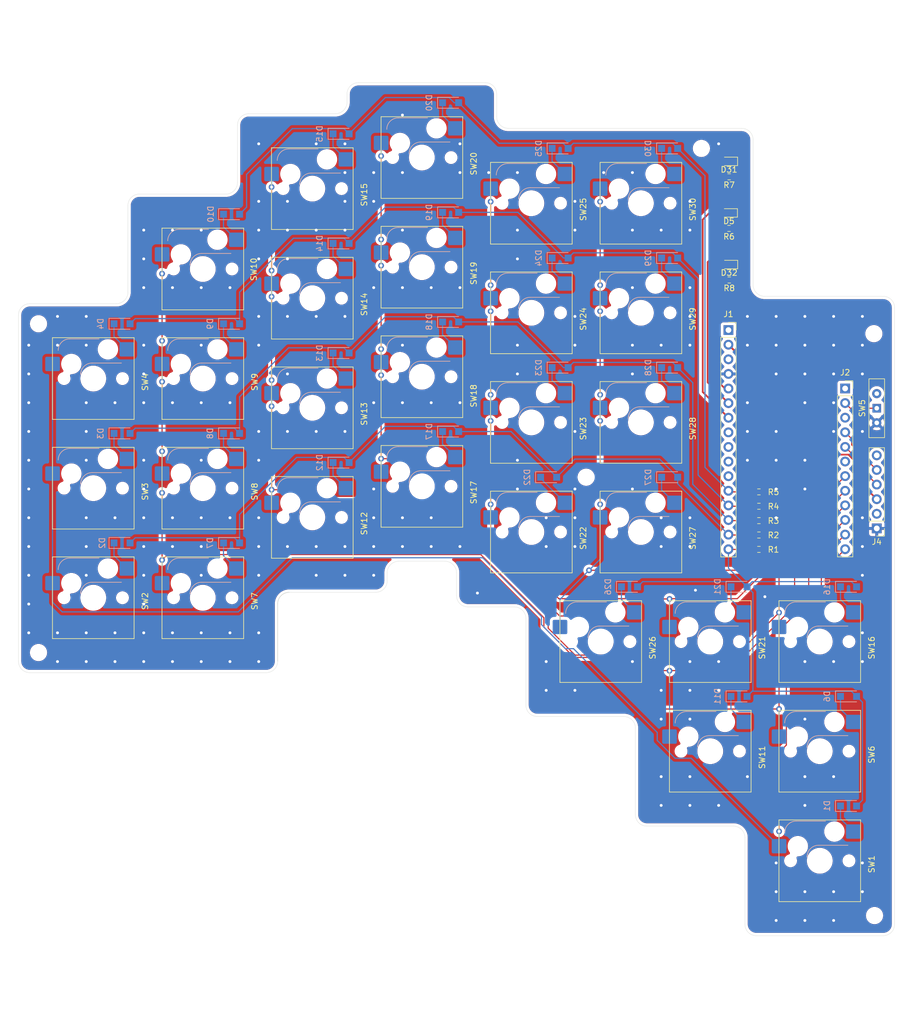
<source format=kicad_pcb>
(kicad_pcb (version 20240108) (generator "pcbnew") (generator_version "8.0")
  (layers (0 "F.Cu" signal) (31 "B.Cu" signal) (34 "B.Paste" user) (35 "F.Paste" user) (36 "B.SilkS" user "B.Silkscreen") (37 "F.SilkS" user "F.Silkscreen") (38 "B.Mask" user) (39 "F.Mask" user) (44 "Edge.Cuts" user))
  (net 0 "")
  (net 1 "/Row_0")
  (net 2 "Net-(D1-K)")
  (net 3 "/Row_1")
  (net 4 "Net-(D2-K)")
  (net 5 "/Row_2")
  (net 6 "Net-(D3-K)")
  (net 7 "/Row_3")
  (net 8 "Net-(D4-K)")
  (net 9 "/Row_4")
  (net 10 "Net-(D6-K)")
  (net 11 "Net-(D7-K)")
  (net 12 "Net-(D8-K)")
  (net 13 "Net-(D9-K)")
  (net 14 "Net-(D10-K)")
  (net 15 "Net-(D11-K)")
  (net 16 "Net-(D12-K)")
  (net 17 "Net-(D13-K)")
  (net 18 "Net-(D14-K)")
  (net 19 "Net-(D15-K)")
  (net 20 "Net-(D16-K)")
  (net 21 "Net-(D17-K)")
  (net 22 "Net-(D18-K)")
  (net 23 "Net-(D19-K)")
  (net 24 "Net-(D20-K)")
  (net 25 "Net-(D21-K)")
  (net 26 "Net-(D22-K)")
  (net 27 "Net-(D23-K)")
  (net 28 "Net-(D24-K)")
  (net 29 "Net-(D25-K)")
  (net 30 "Net-(D26-K)")
  (net 31 "Net-(D27-K)")
  (net 32 "Net-(D28-K)")
  (net 33 "Net-(D29-K)")
  (net 34 "Net-(D30-K)")
  (net 35 "/Col_3")
  (net 36 "/Col_1")
  (net 37 "/Col_5")
  (net 38 "/Col_4")
  (net 39 "/Col_0")
  (net 40 "/Col_2")
  (net 42 "Net-(D5-A)")
  (net 43 "GNDREF")
  (net 44 "Net-(D31-A)")
  (net 45 "+3.3V")
  (net 47 "Net-(D32-A)")
  (net 48 "/RED_LED")
  (net 49 "/GREEN_LED")
  (net 51 "/BLUE_LED")
  (net 54 "/UART_TX")
  (net 56 "/EN")
  (net 57 "/UART_RX")
  (footprint "MountingHole:MountingHole_2.5mm" (layer "F.Cu") (at 115.95 100.95)
    (property "Reference" "H4" (hide yes))
    (property "Value" "MountingHole" (hide yes))
  )
  (footprint "PCM_Switch_Keyboard_Hotswap_Kailh:SW_Hotswap_Kailh_MX_1.00u" (layer "F.Cu") (at 30.225 102.855)
    (property "Reference" "SW3")
    (property "Value" "SW_Push" (hide yes))
  )
  (footprint "PCM_Switch_Keyboard_Hotswap_Kailh:SW_Hotswap_Kailh_MX_1.00u" (layer "F.Cu") (at 125.475 91.425)
    (property "Reference" "SW28")
    (property "Value" "SW_Push" (hide yes))
  )
  (footprint "PCM_Switch_Keyboard_Hotswap_Kailh:SW_Hotswap_Kailh_MX_1.00u" (layer "F.Cu") (at 49.275 83.805)
    (property "Reference" "SW9")
    (property "Value" "SW_Push" (hide yes))
  )
  (footprint "PCM_Switch_Keyboard_Hotswap_Kailh:SW_Hotswap_Kailh_MX_1.00u" (layer "F.Cu") (at 125.475 110.475)
    (property "Reference" "SW27")
    (property "Value" "SW_Push" (hide yes))
  )
  (footprint "PCM_Switch_Keyboard_Hotswap_Kailh:SW_Hotswap_Kailh_MX_1.00u" (layer "F.Cu") (at 118.49 129.525)
    (property "Reference" "SW26")
    (property "Value" "SW_Push" (hide yes))
  )
  (footprint "MountingHole:MountingHole_2.5mm" (layer "F.Cu") (at 20.7 131.43)
    (property "Reference" "H1" (hide yes))
    (property "Value" "MountingHole" (hide yes))
  )
  (footprint "Resistor_SMD:R_0603_1608Metric" (layer "F.Cu") (at 140.845 66.668 180)
    (property "Reference" "R8")
    (property "Value" "R_US" (hide yes))
  )
  (footprint "LED_SMD:LED_0603_1608Metric" (layer "F.Cu") (at 140.825 63.984 180)
    (property "Reference" "D32")
    (property "Value" "LED" (hide yes))
  )
  (footprint "PCM_Switch_Keyboard_Hotswap_Kailh:SW_Hotswap_Kailh_MX_1.00u" (layer "F.Cu") (at 87.375 83.4875)
    (property "Reference" "SW18")
    (property "Value" "SW_Push" (hide yes))
  )
  (footprint "LED_SMD:LED_0603_1608Metric" (layer "F.Cu") (at 140.785 55.016 180)
    (property "Reference" "D5")
    (property "Value" "LED" (hide yes))
  )
  (footprint "PCM_Switch_Keyboard_Hotswap_Kailh:SW_Hotswap_Kailh_MX_1.00u" (layer "F.Cu") (at 106.425 110.475)
    (property "Reference" "SW22")
    (property "Value" "SW_Push" (hide yes))
  )
  (footprint "MountingHole:MountingHole_2.5mm" (layer "F.Cu") (at 20.7 74.28)
    (property "Reference" "H3" (hide yes))
    (property "Value" "MountingHole" (hide yes))
  )
  (footprint "PCM_Switch_Keyboard_Hotswap_Kailh:SW_Hotswap_Kailh_MX_1.00u" (layer "F.Cu") (at 68.325 107.935)
    (property "Reference" "SW12")
    (property "Value" "SW_Push" (hide yes))
  )
  (footprint "PCM_Switch_Keyboard_Hotswap_Kailh:SW_Hotswap_Kailh_MX_1.00u" (layer "F.Cu") (at 106.425 72.375)
    (property "Reference" "SW24")
    (property "Value" "SW_Push" (hide yes))
  )
  (footprint "Resistor_SMD:R_0603_1608Metric" (layer "F.Cu") (at 146 108.5 180)
    (property "Reference" "R3")
    (property "Value" "R_US" (hide yes))
  )
  (footprint "PCM_Switch_Keyboard_Hotswap_Kailh:SW_Hotswap_Kailh_MX_1.00u" (layer "F.Cu") (at 68.325 88.885)
    (property "Reference" "SW13")
    (property "Value" "SW_Push" (hide yes))
  )
  (footprint "PCM_Switch_Keyboard_Hotswap_Kailh:SW_Hotswap_Kailh_MX_1.00u" (layer "F.Cu") (at 87.375 45.3875)
    (property "Reference" "SW20")
    (property "Value" "SW_Push" (hide yes))
  )
  (footprint "PCM_Switch_Keyboard_Hotswap_Kailh:SW_Hotswap_Kailh_MX_1.00u" (layer "F.Cu") (at 125.475 72.375)
    (property "Reference" "SW29")
    (property "Value" "SW_Push" (hide yes))
  )
  (footprint "PCM_Switch_Keyboard_Hotswap_Kailh:SW_Hotswap_Kailh_MX_1.00u" (layer "F.Cu") (at 49.275 64.755)
    (property "Reference" "SW10")
    (property "Value" "SW_Push" (hide yes))
  )
  (footprint "Connector_PinSocket_2.54mm:PinSocket_1x16_P2.54mm_Vertical" (layer "F.Cu") (at 140.705 75.375)
    (property "Reference" "J1")
    (property "Value" "Adafruit_Feather_16_pin")
  )
  (footprint "Resistor_SMD:R_0603_1608Metric" (layer "F.Cu") (at 140.805 57.7 180)
    (property "Reference" "R6")
    (property "Value" "R_US" (hide yes))
  )
  (footprint "PCM_Switch_Keyboard_Hotswap_Kailh:SW_Hotswap_Kailh_MX_1.00u" (layer "F.Cu") (at 30.225 83.805)
    (property "Reference" "SW4")
    (property "Value" "SW_Push" (hide yes))
  )
  (footprint "PCM_Switch_Keyboard_Hotswap_Kailh:SW_Hotswap_Kailh_MX_1.00u" (layer "F.Cu") (at 137.54 148.575)
    (property "Reference" "SW11")
    (property "Value" "SW_Push" (hide yes))
  )
  (footprint "PCM_Switch_Keyboard_Hotswap_Kailh:SW_Hotswap_Kailh_MX_1.00u" (layer "F.Cu") (at 49.275 121.905)
    (property "Reference" "SW7")
    (property "Value" "SW_Push" (hide yes))
  )
  (footprint "PCM_Switch_Keyboard_Hotswap_Kailh:SW_Hotswap_Kailh_MX_1.00u" (layer "F.Cu") (at 30.225 121.905)
    (property "Reference" "SW2")
    (property "Value" "SW_Push" (hide yes))
  )
  (footprint "LED_SMD:LED_0603_1608Metric" (layer "F.Cu") (at 140.805 46.048 180)
    (property "Reference" "D31")
    (property "Value" "LED" (hide yes))
  )
  (footprint "PCM_Switch_Keyboard_Hotswap_Kailh:SW_Hotswap_Kailh_MX_1.00u" (layer "F.Cu") (at 137.54 129.525)
    (property "Reference" "SW21")
    (property "Value" "SW_Push" (hide yes))
  )
  (footprint "Resistor_SMD:R_0603_1608Metric" (layer "F.Cu") (at 146 106 180)
    (property "Reference" "R4")
    (property "Value" "R_US" (hide yes))
  )
  (footprint "Button_Switch_THT:SW_Slide-03_Wuerth-WS-SLTV_10x2.5x6.4_P2.54mm" (layer "F.Cu") (at 166.5 88.96 90)
    (property "Reference" "SW5")
    (property "Value" "Power enable" (hide yes))
  )
  (footprint "MountingHole:MountingHole_2.5mm" (layer "F.Cu") (at 136 43.8)
    (property "Reference" "H5" (hide yes))
    (property "Value" "MountingHole" (hide yes))
  )
  (footprint "PCM_Switch_Keyboard_Hotswap_Kailh:SW_Hotswap_Kailh_MX_1.00u" (layer "F.Cu") (at 87.375 64.4375)
    (property "Reference" "SW19")
    (property "Value" "SW_Push" (hide yes))
  )
  (footprint "PCM_Switch_Keyboard_Hotswap_Kailh:SW_Hotswap_Kailh_MX_1.00u" (layer "F.Cu") (at 106.425 91.425)
    (property "Reference" "SW23")
    (property "Value" "SW_Push" (hide yes))
  )
  (footprint "Connector_PinHeader_2.54mm:PinHeader_1x06_P2.54mm_Vertical" (layer "F.Cu") (at 166.5 109.85 180)
    (property "Reference" "J4")
    (property "Value" "FTDI UART" (hide yes))
  )
  (footprint "PCM_Switch_Keyboard_Hotswap_Kailh:SW_Hotswap_Kailh_MX_1.00u" (layer "F.Cu") (at 68.325 69.835)
    (property "Reference" "SW14")
    (property "Value" "SW_Push" (hide yes))
  )
  (footprint "MountingHole:MountingHole_2.5mm" (layer "F.Cu") (at 166.115 177.15)
    (property "Reference" "H2" (hide yes))
    (property "Value" "MountingHole" (hide yes))
  )
  (footprint "PCM_Switch_Keyboard_Hotswap_Kailh:SW_Hotswap_Kailh_MX_1.00u" (layer "F.Cu") (at 68.325 50.785)
    (property "Reference" "SW15")
    (property "Value" "SW_Push" (hide yes))
  )
  (footprint "Resistor_SMD:R_0603_1608Metric" (layer "F.Cu") (at 146 111 180)
    (property "Reference" "R2")
    (property "Value" "R_US" (hide yes))
  )
  (footprint "PCM_Switch_Keyboard_Hotswap_Kailh:SW_Hotswap_Kailh_MX_1.00u" (layer "F.Cu") (at 156.59 148.575)
    (property "Reference" "SW6")
    (property "Value" "SW_Push" (hide yes))
  )
  (footprint "Connector_PinSocket_2.54mm:PinSocket_1x12_P2.54mm_Vertical" (layer "F.Cu") (at 161 85.525)
    (property "Reference" "J2")
    (property "Value" "Adafruit_feather_12_pin")
  )
  (footprint "PCM_Switch_Keyboard_Hotswap_Kailh:SW_Hotswap_Kailh_MX_1.00u" (layer "F.Cu") (at 156.59 129.525)
    (property "Reference" "SW16")
    (property "Value" "SW_Push" (hide yes))
  )
  (footprint "Resistor_SMD:R_0603_1608Metric" (layer "F.Cu") (at 140.825 48.732 180)
    (property "Reference" "R7")
    (property "Value" "R_US" (hide yes))
  )
  (footprint "PCM_Switch_Keyboard_Hotswap_Kailh:SW_Hotswap_Kailh_MX_1.00u" (layer "F.Cu") (at 106.425 53.325)
    (property "Reference" "SW25")
    (property "Value" "SW_Push" (hide yes))
  )
  (footprint "Resistor_SMD:R_0603_1608Metric" (layer "F.Cu") (at 146 113.5 180)
    (property "Reference" "R1")
    (property "Value" "R_US" (hide yes))
  )
  (footprint "MountingHole:MountingHole_2.5mm" (layer "F.Cu") (at 166 76)
    (property "Reference" "H6" (hide yes))
    (property "Value" "MountingHole" (hide yes))
  )
  (footprint "PCM_Switch_Keyboard_Hotswap_Kailh:SW_Hotswap_Kailh_MX_1.00u" (layer "F.Cu") (at 87.375 102.5375)
    (property "Reference" "SW17")
    (property "Value" "SW_Push" (hide yes))
  )
  (footprint "PCM_Switch_Keyboard_Hotswap_Kailh:SW_Hotswap_Kailh_MX_1.00u" (layer "F.Cu") (at 125.475 53.325)
    (property "Reference" "SW30")
    (property "Value" "SW_Push" (hide yes))
  )
  (footprint "PCM_Switch_Keyboard_Hotswap_Kailh:SW_Hotswap_Kailh_MX_1.00u" (layer "F.Cu") (at 156.59 167.625)
    (property "Reference" "SW1")
    (property "Value" "SW_Push" (hide yes))
  )
  (footprint "Resistor_SMD:R_0603_1608Metric" (layer "F.Cu") (at 146 103.5 180)
    (property "Reference" "R5")
    (property "Value" "R_US" (hide yes))
  )
  (footprint "PCM_Switch_Keyboard_Hotswap_Kailh:SW_Hotswap_Kailh_MX_1.00u" (layer "F.Cu") (at 49.275 102.855)
    (property "Reference" "SW8")
    (property "Value" "SW_Push" (hide yes))
  )
  (footprint "Diode_SMD:Nexperia_CFP3_SOD-123W" (layer "B.Cu") (at 54.275 112.38)
    (property "Reference" "D7")
    (property "Value" "D" (hide yes))
  )
  (footprint "Diode_SMD:Nexperia_CFP3_SOD-123W" (layer "B.Cu") (at 92.375 54.9125)
    (property "Reference" "D19")
    (property "Value" "D" (hide yes))
  )
  (footprint "Diode_SMD:Nexperia_CFP3_SOD-123W" (layer "B.Cu") (at 73.325 41.26)
    (property "Reference" "D15")
    (property "Value" "D" (hide yes))
  )
  (footprint "Diode_SMD:Nexperia_CFP3_SOD-123W" (layer "B.Cu") (at 92.375 93.0125)
    (property "Reference" "D17")
    (property "Value" "D" (hide yes))
  )
  (footprint "Diode_SMD:Nexperia_CFP3_SOD-123W" (layer "B.Cu") (at 111.425 62.85)
    (property "Reference" "D24")
    (property "Value" "D" (hide yes))
  )
  (footprint "Diode_SMD:Nexperia_CFP3_SOD-123W" (layer "B.Cu") (at 111.425 43.8)
    (property "Reference" "D25")
    (property "Value" "D" (hide yes))
  )
  (footprint "Diode_SMD:Nexperia_CFP3_SOD-123W" (layer "B.Cu") (at 54.275 74.28)
    (property "Reference" "D9")
    (property "Value" "D" (hide yes))
  )
  (footprint "Diode_SMD:Nexperia_CFP3_SOD-123W" (layer "B.Cu") (at 54.275 55.23)
    (property "Reference" "D10")
    (property "Value" "D" (hide yes))
  )
  (footprint "Diode_SMD:Nexperia_CFP3_SOD-123W" (layer "B.Cu") (at 73.325 98.41)
    (property "Reference" "D12")
    (property "Value" "D" (hide yes))
  )
  (footprint "Diode_SMD:Nexperia_CFP3_SOD-123W" (layer "B.Cu") (at 35.225 93.33)
    (property "Reference" "D3")
    (property "Value" "D" (hide yes))
  )
  (footprint "Diode_SMD:Nexperia_CFP3_SOD-123W" (layer "B.Cu") (at 161.59 120)
    (property "Reference" "D16")
    (property "Value" "D" (hide yes))
  )
  (footprint "Diode_SMD:Nexperia_CFP3_SOD-123W" (layer "B.Cu") (at 130.475 100.95)
    (property "Reference" "D27")
    (property "Value" "D" (hide yes))
  )
  (footprint "Diode_SMD:Nexperia_CFP3_SOD-123W" (layer "B.Cu") (at 73.325 79.36)
    (property "Reference" "D13")
    (property "Value" "D" (hide yes))
  )
  (footprint "Diode_SMD:Nexperia_CFP3_SOD-123W" (layer "B.Cu") (at 130.475 62.85)
    (property "Reference" "D29")
    (property "Value" "D" (hide yes))
  )
  (footprint "Diode_SMD:Nexperia_CFP3_SOD-123W" (layer "B.Cu") (at 92.375 35.8625)
    (property "Reference" "D20")
    (property "Value" "D" (hide yes))
  )
  (footprint "Diode_SMD:Nexperia_CFP3_SOD-123W" (layer "B.Cu") (at 142.54 120)
    (property "Reference" "D21")
    (property "Value" "D")
  )
  (footprint "Diode_SMD:Nexperia_CFP3_SOD-123W" (layer "B.Cu") (at 35.225 112.38)
    (property "Reference" "D2")
    (property "Value" "D" (hide yes))
  )
  (footprint "Diode_SMD:Nexperia_CFP3_SOD-123W" (layer "B.Cu") (at 54.275 93.33)
    (property "Reference" "D8")
    (property "Value" "D" (hide yes))
  )
  (footprint "Diode_SMD:Nexperia_CFP3_SOD-123W" (layer "B.Cu") (at 123.49 120)
    (property "Reference" "D26")
    (property "Value" "D")
  )
  (footprint "Diode_SMD:Nexperia_CFP3_SOD-123W" (layer "B.Cu") (at 142.54 139.05)
    (property "Reference" "D11")
    (property "Value" "D" (hide yes))
  )
  (footprint "Diode_SMD:Nexperia_CFP3_SOD-123W" (layer "B.Cu") (at 109.425 100.95)
    (property "Reference" "D22")
    (property "Value" "D" (hide yes))
  )
  (footprint "Diode_SMD:Nexperia_CFP3_SOD-123W" (layer "B.Cu") (at 92.375 73.9625)
    (property "Reference" "D18")
    (property "Value" "D" (hide yes))
  )
  (footprint "Diode_SMD:Nexperia_CFP3_SOD-123W" (layer "B.Cu") (at 130.475 43.8)
    (property "Reference" "D30")
    (property "Value" "D" (hide yes))
  )
  (footprint "Diode_SMD:Nexperia_CFP3_SOD-123W" (layer "B.Cu") (at 73.325 60.31)
    (property "Reference" "D14")
    (property "Value" "D" (hide yes))
  )
  (footprint "Diode_SMD:Nexperia_CFP3_SOD-123W" (layer "B.Cu") (at 130.475 81.9)
    (property "Reference" "D28")
    (property "Value" "D" (hide yes))
  )
  (footprint "Diode_SMD:Nexperia_CFP3_SOD-123W" (layer "B.Cu") (at 161.59 158.1)
    (property "Reference" "D1")
    (property "Value" "D" (hide yes))
  )
  (footprint "Diode_SMD:Nexperia_CFP3_SOD-123W" (layer "B.Cu") (at 111.425 81.9)
    (property "Reference" "D23")
    (property "Value" "D" (hide yes))
  )
  (footprint "Diode_SMD:Nexperia_CFP3_SOD-123W" (layer "B.Cu") (at 35.225 74.28)
    (property "Reference" "D4")
    (property "Value" "D" (hide yes))
  )
  (footprint "Diode_SMD:Nexperia_CFP3_SOD-123W" (layer "B.Cu") (at 161.59 139.05)
    (property "Reference" "D6")
    (property "Value" "D" (hide yes))
  )
  (gr_arc (start 74.35 35.76) (mid 73.764214 37.174214) (end 72.35 37.76) (stroke (width 0.05)) (layer "Edge.Cuts"))
  (gr_arc (start 103.465 123.5) (mid 104.879214 124.085786) (end 105.465 125.5) (stroke (width 0.05)) (layer "Edge.Cuts"))
  (gr_arc (start 91.4 115.5625) (mid 92.814214 116.148286) (end 93.4 117.5625) (stroke (width 0.05)) (layer "Edge.Cuts"))
  (gr_line (start 95.4 123.5) (end 103.465 123.5) (stroke (width 0.05)) (layer "Edge.Cuts"))
  (gr_line (start 102.4 40.3) (end 143 40.3) (stroke (width 0.05)) (layer "Edge.Cuts"))
  (gr_line (start 124.515 144.55) (end 124.515 159.6) (stroke (width 0.05)) (layer "Edge.Cuts"))
  (gr_line (start 76.35 32.3625) (end 98.4 32.3625) (stroke (width 0.05)) (layer "Edge.Cuts"))
  (gr_arc (start 36.25 53.73) (mid 36.835786 52.315786) (end 38.25 51.73) (stroke (width 0.05)) (layer "Edge.Cuts"))
  (gr_arc (start 62.3 122.96) (mid 62.885786 121.545786) (end 64.3 120.96) (stroke (width 0.1)) (layer "Edge.Cuts"))
  (gr_line (start 19.2 134.93) (end 60.3 134.93) (stroke (width 0.05)) (layer "Edge.Cuts"))
  (gr_arc (start 62.3 132.93) (mid 61.714214 134.344214) (end 60.3 134.93) (stroke (width 0.05)) (layer "Edge.Cuts"))
  (gr_arc (start 74.35 34.3625) (mid 74.935786 32.948286) (end 76.35 32.3625) (stroke (width 0.05)) (layer "Edge.Cuts"))
  (gr_arc (start 141.565 161.6) (mid 142.979214 162.185786) (end 143.565 163.6) (stroke (width 0.05)) (layer "Edge.Cuts"))
  (gr_line (start 93.4 117.5625) (end 93.4 121.5) (stroke (width 0.05)) (layer "Edge.Cuts"))
  (gr_arc (start 19.2 134.93) (mid 17.785786 134.344214) (end 17.2 132.93) (stroke (width 0.05)) (layer "Edge.Cuts"))
  (gr_line (start 62.3 122.96) (end 62.3 132.93) (stroke (width 0.1)) (layer "Edge.Cuts"))
  (gr_arc (start 102.4 40.3) (mid 100.985786 39.714214) (end 100.4 38.3) (stroke (width 0.05)) (layer "Edge.Cuts"))
  (gr_arc (start 17.2 72.78) (mid 17.785786 71.365786) (end 19.2 70.78) (stroke (width 0.05)) (layer "Edge.Cuts"))
  (gr_line (start 34.25 70.78) (end 19.2 70.78) (stroke (width 0.05)) (layer "Edge.Cuts"))
  (gr_line (start 145.565 180.65) (end 167.615 180.65) (stroke (width 0.05)) (layer "Edge.Cuts"))
  (gr_line (start 74.35 34.3625) (end 74.35 35.76) (stroke (width 0.05)) (layer "Edge.Cuts"))
  (gr_arc (start 122.515 142.55) (mid 123.929214 143.135786) (end 124.515 144.55) (stroke (width 0.05)) (layer "Edge.Cuts"))
  (gr_line (start 147 69.5) (end 167.615 69.5) (stroke (width 0.05)) (layer "Edge.Cuts"))
  (gr_arc (start 167.615 69.5) (mid 169.029214 70.085786) (end 169.615 71.5) (stroke (width 0.05)) (layer "Edge.Cuts"))
  (gr_arc (start 81.35 118.96) (mid 80.764214 120.374214) (end 79.35 120.96) (stroke (width 0.05)) (layer "Edge.Cuts"))
  (gr_line (start 36.25 53.73) (end 36.25 68.78) (stroke (width 0.05)) (layer "Edge.Cuts"))
  (gr_line (start 55.3 39.76) (end 55.3 49.73) (stroke (width 0.05)) (layer "Edge.Cuts"))
  (gr_arc (start 143 40.3) (mid 144.414214 40.885786) (end 145 42.3) (stroke (width 0.05)) (layer "Edge.Cuts"))
  (gr_arc (start 107.465 142.55) (mid 106.050786 141.964214) (end 105.465 140.55) (stroke (width 0.05)) (layer "Edge.Cuts"))
  (gr_line (start 72.35 37.76) (end 57.3 37.76) (stroke (width 0.05)) (layer "Edge.Cuts"))
  (gr_arc (start 55.3 49.73) (mid 54.714214 51.144214) (end 53.3 51.73) (stroke (width 0.05)) (layer "Edge.Cuts"))
  (gr_arc (start 126.515 161.6) (mid 125.100786 161.014214) (end 124.515 159.6) (stroke (width 0.05)) (layer "Edge.Cuts"))
  (gr_line (start 143.565 163.6) (end 143.565 178.65) (stroke (width 0.05)) (layer "Edge.Cuts"))
  (gr_arc (start 36.25 68.78) (mid 35.664214 70.194214) (end 34.25 70.78) (stroke (width 0.05)) (layer "Edge.Cuts"))
  (gr_arc (start 169.615 178.65) (mid 169.029214 180.064214) (end 167.615 180.65) (stroke (width 0.05)) (layer "Edge.Cuts"))
  (gr_arc (start 147 69.5) (mid 145.585786 68.914214) (end 145 67.5) (stroke (width 0.05)) (layer "Edge.Cuts"))
  (gr_line (start 145 42.3) (end 145 67.5) (stroke (width 0.05)) (layer "Edge.Cuts"))
  (gr_arc (start 98.4 32.3625) (mid 99.814214 32.948286) (end 100.4 34.3625) (stroke (width 0.05)) (layer "Edge.Cuts"))
  (gr_line (start 81.35 118.96) (end 81.35 117.5625) (stroke (width 0.05)) (layer "Edge.Cuts"))
  (gr_line (start 17.2 72.78) (end 17.2 132.93) (stroke (width 0.05)) (layer "Edge.Cuts"))
  (gr_arc (start 55.3 39.76) (mid 55.885786 38.345786) (end 57.3 37.76) (stroke (width 0.05)) (layer "Edge.Cuts"))
  (gr_line (start 100.4 38.3) (end 100.4 34.3625) (stroke (width 0.05)) (layer "Edge.Cuts"))
  (gr_line (start 107.465 142.55) (end 122.515 142.55) (stroke (width 0.05)) (layer "Edge.Cuts"))
  (gr_line (start 126.515 161.6) (end 141.565 161.6) (stroke (width 0.05)) (layer "Edge.Cuts"))
  (gr_line (start 83.35 115.5625) (end 91.4 115.5625) (stroke (width 0.05)) (layer "Edge.Cuts"))
  (gr_arc (start 95.4 123.5) (mid 93.985786 122.914214) (end 93.4 121.5) (stroke (width 0.05)) (layer "Edge.Cuts"))
  (gr_line (start 105.465 125.5) (end 105.465 140.55) (stroke (width 0.05)) (layer "Edge.Cuts"))
  (gr_arc (start 81.35 117.5625) (mid 81.935786 116.148286) (end 83.35 115.5625) (stroke (width 0.05)) (layer "Edge.Cuts"))
  (gr_line (start 64.3 120.96) (end 79.35 120.96) (stroke (width 0.05)) (layer "Edge.Cuts"))
  (gr_line (start 53.3 51.73) (end 38.25 51.73) (stroke (width 0.05)) (layer "Edge.Cuts"))
  (gr_arc (start 145.565 180.65) (mid 144.150786 180.064214) (end 143.565 178.65) (stroke (width 0.05)) (layer "Edge.Cuts"))
  (gr_line (start 169.615 71.5) (end 169.615 178.65) (stroke (width 0.05)) (layer "Edge.Cuts"))
  (segment (start 145.175 113.5) (end 140.73 113.5) (width 0.2) (layer "F.Cu") (net 1))
  (segment (start 140.73 113.5) (end 140.705 113.475) (width 0.2) (layer "F.Cu") (net 1))
  (segment (start 162.99 139.05) (end 164.007 140.067) (width 0.2) (layer "B.Cu") (net 1))
  (segment (start 143.94 120) (end 143.04 119.1) (width 0.2) (layer "B.Cu") (net 1))
  (segment (start 162.09 138.15) (end 162.99 139.05) (width 0.2) (layer "B.Cu") (net 1))
  (segment (start 144.957 138.033) (end 143.94 139.05) (width 0.2) (layer "B.Cu") (net 1))
  (segment (start 164.007 157.083) (end 162.99 158.1) (width 0.2) (layer "B.Cu") (net 1))
  (segment (start 144.84 119.1) (end 162.09 119.1) (width 0.2) (layer "B.Cu") (net 1))
  (segment (start 144.957 121.017) (end 144.957 138.033) (width 0.2) (layer "B.Cu") (net 1))
  (segment (start 140.705 116.765) (end 143.94 120) (width 0.2) (layer "B.Cu") (net 1))
  (segment (start 125.79 119.1) (end 124.89 120) (width 0.2) (layer "B.Cu") (net 1))
  (segment (start 143.04 119.1) (end 125.79 119.1) (width 0.2) (layer "B.Cu") (net 1))
  (segment (start 164.007 140.067) (end 164.007 157.083) (width 0.2) (layer "B.Cu") (net 1))
  (segment (start 143.94 120) (end 144.84 119.1) (width 0.2) (layer "B.Cu") (net 1))
  (segment (start 143.94 120) (end 144.957 121.017) (width 0.2) (layer "B.Cu") (net 1))
  (segment (start 143.94 139.05) (end 144.84 138.15) (width 0.2) (layer "B.Cu") (net 1))
  (segment (start 144.84 138.15) (end 162.09 138.15) (width 0.2) (layer "B.Cu") (net 1))
  (segment (start 140.705 113.475) (end 140.705 116.765) (width 0.2) (layer "B.Cu") (net 1))
  (segment (start 162.09 119.1) (end 162.99 120) (width 0.2) (layer "B.Cu") (net 1))
  (segment (start 160.19 160.303) (end 162.432 162.545) (width 0.2) (layer "B.Cu") (net 2))
  (segment (start 160.19 158.1) (end 160.19 160.303) (width 0.2) (layer "B.Cu") (net 2))
  (segment (start 145.175 111) (end 140.77 111) (width 0.2) (layer "F.Cu") (net 3))
  (segment (start 140.77 111) (end 140.705 110.935) (width 0.2) (layer "F.Cu") (net 3))
  (segment (start 74.725 98.41) (end 73.825 97.51) (width 0.2) (layer "B.Cu") (net 3))
  (segment (start 55.675 112.38) (end 54.775 111.48) (width 0.2) (layer "B.Cu") (net 3))
  (segment (start 81.0225 92.1125) (end 74.725 98.41) (width 0.2) (layer "B.Cu") (net 3))
  (segment (start 110.825 100.95) (end 102.8875 93.0125) (width 0.2) (layer "B.Cu") (net 3))
  (segment (start 65.59 97.51) (end 55.675 107.425) (width 0.2) (layer "B.Cu") (net 3))
  (segment (start 54.775 111.48) (end 37.525 111.48) (width 0.2) (layer "B.Cu") (net 3))
  (segment (start 131.875 102.105) (end 131.875 100.95) (width 0.2) (layer "B.Cu") (net 3))
  (segment (start 113.975 97.8) (end 110.825 100.95) (width 0.2) (layer "B.Cu") (net 3))
  (segment (start 73.825 97.51) (end 65.59 97.51) (width 0.2) (layer "B.Cu") (net 3))
  (segment (start 131.875 100.95) (end 128.725 97.8) (width 0.2) (layer "B.Cu") (net 3))
  (segment (start 93.775 93.0125) (end 92.875 92.1125) (width 0.2) (layer "B.Cu") (net 3))
  (segment (start 102.8875 93.0125) (end 93.775 93.0125) (width 0.2) (layer "B.Cu") (net 3))
  (segment (start 140.705 110.935) (end 131.875 102.105) (width 0.2) (layer "B.Cu") (net 3))
  (segment (start 55.675 107.425) (end 55.675 112.38) (width 0.2) (layer "B.Cu") (net 3))
  (segment (start 37.525 111.48) (end 36.625 112.38) (width 0.2) (layer "B.Cu") (net 3))
  (segment (start 128.725 97.8) (end 113.975 97.8) (width 0.2) (layer "B.Cu") (net 3))
  (segment (start 92.875 92.1125) (end 81.0225 92.1125) (width 0.2) (layer "B.Cu") (net 3))
  (segment (start 33.825 114.583) (end 36.067 116.825) (width 0.2) (layer "B.Cu") (net 4))
  (segment (start 33.825 112.38) (end 33.825 114.583) (width 0.2) (layer "B.Cu") (net 4))
  (segment (start 140.81 108.5) (end 140.705 108.395) (width 0.2) (layer "F.Cu") (net 5))
  (segment (start 142.839452 108.5) (end 140.81 108.5) (width 0.2) (layer "F.Cu") (net 5))
  (segment (start 145.175 108.5) (end 142.839452 108.5) (width 0.2) (layer "F.Cu") (net 5))
  (segment (start 140.705 108.395) (end 134.500743 102.190743) (width 0.2) (layer "B.Cu") (net 5))
  (segment (start 112.025 81.9) (end 104.0875 73.9625) (width 0.2) (layer "B.Cu") (net 5))
  (segment (start 104.0875 73.9625) (end 93.775 73.9625) (width 0.2) (layer "B.Cu") (net 5))
  (segment (start 113.725 81) (end 112.825 81.9) (width 0.2) (layer "B.Cu") (net 5))
  (segment (start 134.500743 84.525743) (end 131.875 81.9) (width 0.2) (layer "B.Cu") (net 5))
  (segment (start 73.825 78.46) (end 64.19 78.46) (width 0.2) (layer "B.Cu") (net 5))
  (segment (start 93.775 73.9625) (end 92.875 73.0625) (width 0.2) (layer "B.Cu") (net 5))
  (segment (start 92.875 73.0625) (end 81.0225 73.0625) (width 0.2) (layer "B.Cu") (net 5))
  (segment (start 134.500743 102.190743) (end 134.500743 84.525743) (width 0.2) (layer "B.Cu") (net 5))
  (segment (start 37.525 92.43) (end 36.625 93.33) (width 0.2) (layer "B.Cu") (net 5))
  (segment (start 81.0225 73.0625) (end 74.725 79.36) (width 0.2) (layer "B.Cu") (net 5))
  (segment (start 112.825 81.9) (end 112.025 81.9) (width 0.2) (layer "B.Cu") (net 5))
  (segment (start 54.775 92.43) (end 37.525 92.43) (width 0.2) (layer "B.Cu") (net 5))
  (segment (start 130.975 81) (end 113.725 81) (width 0.2) (layer "B.Cu") (net 5))
  (segment (start 74.725 79.36) (end 73.825 78.46) (width 0.2) (layer "B.Cu") (net 5))
  (segment (start 55.675 86.975) (end 55.675 93.33) (width 0.2) (layer "B.Cu") (net 5))
  (segment (start 55.675 93.33) (end 54.775 92.43) (width 0.2) (layer "B.Cu") (net 5))
  (segment (start 64.19 78.46) (end 55.675 86.975) (width 0.2) (layer "B.Cu") (net 5))
  (segment (start 131.875 81.9) (end 130.975 81) (width 0.2) (layer "B.Cu") (net 5))
  (segment (start 33.825 93.33) (end 33.825 95.533) (width 0.2) (layer "B.Cu") (net 6))
  (segment (start 33.825 95.533) (end 36.067 97.775) (width 0.2) (layer "B.Cu") (net 6))
  (segment (start 140.85 106) (end 140.705 105.855) (width 0.2) (layer "F.Cu") (net 7))
  (segment (start 145.175 106) (end 140.85 106) (width 0.2) (layer "F.Cu") (net 7))
  (segment (start 92.875 54.0125) (end 81.0225 54.0125) (width 0.2) (layer "B.Cu") (net 7))
  (segment (start 81.0225 54.0125) (end 74.725 60.31) (width 0.2) (layer "B.Cu") (net 7))
  (segment (start 37.525 73.38) (end 36.625 74.28) (width 0.2) (layer "B.Cu") (net 7))
  (segment (start 104.0875 54.9125) (end 93.775 54.9125) (width 0.2) (layer "B.Cu") (net 7))
  (segment (start 113.725 61.95) (end 112.825 62.85) (width 0.2) (layer "B.Cu") (net 7))
  (segment (start 140.705 105.855) (end 135.434165 100.584165) (width 0.2) (layer "B.Cu") (net 7))
  (segment (start 55.675 74.28) (end 54.775 73.38) (width 0.2) (layer "B.Cu") (net 7))
  (segment (start 112.025 62.85) (end 104.0875 54.9125) (width 0.2) (layer "B.Cu") (net 7))
  (segment (start 131.875 62.85) (end 130.975 61.95) (width 0.2) (layer "B.Cu") (net 7))
  (segment (start 135.434165 100.584165) (end 135.434165 66.409165) (width 0.2) (layer "B.Cu") (net 7))
  (segment (start 130.975 61.95) (end 113.725 61.95) (width 0.2) (layer "B.Cu") (net 7))
  (segment (start 74.725 60.31) (end 73.825 59.41) (width 0.2) (layer "B.Cu") (net 7))
  (segment (start 135.434165 66.409165) (end 131.875 62.85) (width 0.2) (layer "B.Cu") (net 7))
  (segment (start 54.775 73.38) (end 37.525 73.38) (width 0.2) (layer "B.Cu") (net 7))
  (segment (start 65.04 59.41) (end 55.675 68.775) (width 0.2) (layer "B.Cu") (net 7))
  (segment (start 93.775 54.9125) (end 92.875 54.0125) (width 0.2) (layer "B.Cu") (net 7))
  (segment (start 112.825 62.85) (end 112.025 62.85) (width 0.2) (layer "B.Cu") (net 7))
  (segment (start 73.825 59.41) (end 65.04 59.41) (width 0.2) (layer "B.Cu") (net 7))
  (segment (start 55.675 68.775) (end 55.675 74.28) (width 0.2) (layer "B.Cu") (net 7))
  (segment (start 33.825 76.483) (end 36.067 78.725) (width 0.2) (layer "B.Cu") (net 8))
  (segment (start 33.825 74.28) (end 33.825 76.483) (width 0.2) (layer "B.Cu") (net 8))
  (segment (start 145.175 103.5) (end 140.89 103.5) (width 0.2) (layer "F.Cu") (net 9))
  (segment (start 140.89 103.5) (end 140.705 103.315) (width 0.2) (layer "F.Cu") (net 9))
  (segment (start 113.725 42.9) (end 112.825 43.8) (width 0.2) (layer "B.Cu") (net 9))
  (segment (start 136.624325 48.549325) (end 131.875 43.8) (width 0.2) (layer "B.Cu") (net 9))
  (segment (start 112.825 43.8) (end 111.925 42.9) (width 0.2) (layer "B.Cu") (net 9))
  (segment (start 100.8125 42.9) (end 93.775 35.8625) (width 0.2) (layer "B.Cu") (net 9))
  (segment (start 92.110188 34.9625) (end 81.0225 34.9625) (width 0.2) (layer "B.Cu") (net 9))
  (segment (start 64.84 40.36) (end 56.890748 48.309252) (width 0.2) (layer "B.Cu") (net 9))
  (segment (start 111.925 42.9) (end 100.8125 42.9) (width 0.2) (layer "B.Cu") (net 9))
  (segment (start 93.010188 35.8625) (end 92.110188 34.9625) (width 0.2) (layer "B.Cu") (net 9))
  (segment (start 74.725 41.26) (end 73.825 40.36) (width 0.2) (layer "B.Cu") (net 9))
  (segment (start 56.890748 54.014252) (end 55.675 55.23) (width 0.2) (layer "B.Cu") (net 9))
  (segment (start 136.624325 99.234325) (end 136.624325 48.549325) (width 0.2) (layer "B.Cu") (net 9))
  (segment (start 130.975 42.9) (end 113.725 42.9) (width 0.2) (layer "B.Cu") (net 9))
  (segment (start 73.825 40.36) (end 64.84 40.36) (width 0.2) (layer "B.Cu") (net 9))
  (segment (start 56.890748 48.309252) (end 56.890748 54.014252) (width 0.2) (layer "B.Cu") (net 9))
  (segment (start 93.775 35.8625) (end 93.010188 35.8625) (width 0.2) (layer "B.Cu") (net 9))
  (segment (start 131.875 43.8) (end 130.975 42.9) (width 0.2) (layer "B.Cu") (net 9))
  (segment (start 81.0225 34.9625) (end 74.725 41.26) (width 0.2) (layer "B.Cu") (net 9))
  (segment (start 140.705 103.315) (end 136.624325 99.234325) (width 0.2) (layer "B.Cu") (net 9))
  (segment (start 160.19 141.253) (end 162.432 143.495) (width 0.2) (layer "B.Cu") (net 10))
  (segment (start 160.19 139.05) (end 160.19 141.253) (width 0.2) (layer "B.Cu") (net 10))
  (segment (start 52.875 112.38) (end 52.875 114.583) (width 0.2) (layer "B.Cu") (net 11))
  (segment (start 52.875 114.583) (end 55.117 116.825) (width 0.2) (layer "B.Cu") (net 11))
  (segment (start 52.875 95.533) (end 55.117 97.775) (width 0.2) (layer "B.Cu") (net 12))
  (segment (start 52.875 93.33) (end 52.875 95.533) (width 0.2) (layer "B.Cu") (net 12))
  (segment (start 52.875 74.28) (end 52.875 76.483) (width 0.2) (layer "B.Cu") (net 13))
  (segment (start 52.875 76.483) (end 55.117 78.725) (width 0.2) (layer "B.Cu") (net 13))
  (segment (start 52.875 57.433) (end 55.117 59.675) (width 0.2) (layer "B.Cu") (net 14))
  (segment (start 52.875 55.23) (end 52.875 57.433) (width 0.2) (layer "B.Cu") (net 14))
  (segment (start 141.14 139.05) (end 141.14 141.253) (width 0.2) (layer "B.Cu") (net 15))
  (segment (start 141.14 141.253) (end 143.382 143.495) (width 0.2) (layer "B.Cu") (net 15))
  (segment (start 71.925 100.613) (end 74.167 102.855) (width 0.2) (layer "B.Cu") (net 16))
  (segment (start 71.925 98.41) (end 71.925 100.613) (width 0.2) (layer "B.Cu") (net 16))
  (segment (start 71.925 81.563) (end 74.167 83.805) (width 0.2) (layer "B.Cu") (net 17))
  (segment (start 71.925 79.36) (end 71.925 81.563) (width 0.2) (layer "B.Cu") (net 17))
  (segment (start 71.925 60.31) (end 71.925 62.513) (width 0.2) (layer "B.Cu") (net 18))
  (segment (start 71.925 62.513) (end 74.167 64.755) (width 0.2) (layer "B.Cu") (net 18))
  (segment (start 71.925 41.26) (end 71.925 43.463) (width 0.2) (layer "B.Cu") (net 19))
  (segment (start 71.925 43.463) (end 74.167 45.705) (width 0.2) (layer "B.Cu") (net 19))
  (segment (start 160.19 120) (end 160.19 122.203) (width 0.2) (layer "B.Cu") (net 20))
  (segment (start 160.19 122.203) (end 162.432 124.445) (width 0.2) (layer "B.Cu") (net 20))
  (segment (start 90.975 93.0125) (end 90.975 95.2155) (width 0.2) (layer "B.Cu") (net 21))
  (segment (start 90.975 95.2155) (end 93.217 97.4575) (width 0.2) (layer "B.Cu") (net 21))
  (segment (start 90.975 76.1655) (end 93.217 78.4075) (width 0.2) (layer "B.Cu") (net 22))
  (segment (start 90.975 73.9625) (end 90.975 76.1655) (width 0.2) (layer "B.Cu") (net 22))
  (segment (start 90.975 57.1155) (end 93.217 59.3575) (width 0.2) (layer "B.Cu") (net 23))
  (segment (start 90.975 54.9125) (end 90.975 57.1155) (width 0.2) (layer "B.Cu") (net 23))
  (segment (start 90.975 35.8625) (end 90.975 38.0655) (width 0.2) (layer "B.Cu") (net 24))
  (segment (start 90.975 38.0655) (end 93.217 40.3075) (width 0.2) (layer "B.Cu") (net 24))
  (segment (start 141.14 120) (end 141.14 122.203) (width 0.2) (layer "B.Cu") (net 25))
  (segment (start 141.14 122.203) (end 143.382 124.445) (width 0.2) (layer "B.Cu") (net 25))
  (segment (start 108.025 100.95) (end 108.025 101.153) (width 0.2) (layer "B.Cu") (net 26))
  (segment (start 108.025 101.153) (end 112.267 105.395) (width 0.2) (layer "B.Cu") (net 26))
  (segment (start 110.025 81.9) (end 110.025 84.103) (width 0.2) (layer "B.Cu") (net 27))
  (segment (start 110.025 84.103) (end 112.267 86.345) (width 0.2) (layer "B.Cu") (net 27))
  (segment (start 110.025 62.85) (end 110.025 65.053) (width 0.2) (layer "B.Cu") (net 28))
  (segment (start 110.025 65.053) (end 112.267 67.295) (width 0.2) (layer "B.Cu") (net 28))
  (segment (start 110.025 43.8) (end 110.025 46.003) (width 0.2) (layer "B.Cu") (net 29))
  (segment (start 110.025 46.003) (end 112.267 48.245) (width 0.2) (layer "B.Cu") (net 29))
  (segment (start 122.09 120) (end 122.09 122.203) (width 0.2) (layer "B.Cu") (net 30))
  (segment (start 122.09 122.203) (end 124.332 124.445) (width 0.2) (layer "B.Cu") (net 30))
  (segment (start 129.075 100.95) (end 129.075 103.153) (width 0.2) (layer "B.Cu") (net 31))
  (segment (start 129.075 103.153) (end 131.317 105.395) (width 0.2) (layer "B.Cu") (net 31))
  (segment (start 129.075 84.103) (end 131.317 86.345) (width 0.2) (layer "B.Cu") (net 32))
  (segment (start 129.075 81.9) (end 129.075 84.103) (width 0.2) (layer "B.Cu") (net 32))
  (segment (start 129.075 65.053) (end 131.317 67.295) (width 0.2) (layer "B.Cu") (net 33))
  (segment (start 129.075 62.85) (end 129.075 65.053) (width 0.2) (layer "B.Cu") (net 33))
  (segment (start 129.075 43.8) (end 129.075 46.003) (width 0.2) (layer "B.Cu") (net 34))
  (segment (start 129.075 46.003) (end 131.317 48.245) (width 0.2) (layer "B.Cu") (net 34))
  (segment (start 80.288174 78.674896) (end 80.291826 78.678548) (width 0.2) (layer "F.Cu") (net 35))
  (segment (start 80.288174 97.724896) (end 80.291826 97.728548) (width 0.2) (layer "F.Cu") (net 35))
  (segment (start 80.288174 83.216452) (end 80.288174 97.724896) (width 0.2) (layer "F.Cu") (net 35))
  (segment (start 149.505 124.477544) (end 142.107544 131.875) (width 0.2) (layer "F.Cu") (net 35))
  (segment (start 89.725 103.452111) (end 89.725 101.564098) (width 0.2) (layer "F.Cu") (net 35))
  (segment (start 149.505 117.34) (end 149.505 124.477544) (width 0.2) (layer "F.Cu") (net 35))
  (segment (start 124.187588 131.875) (end 117.390132 125.077544) (width 0.2) (layer "F.Cu") (net 35))
  (segment (start 85.88945 97.728548) (end 80.291826 97.728548) (width 0.2) (layer "F.Cu") (net 35))
  (segment (start 117.390132 125.077544) (end 111.350433 125.077544) (width 0.2) (layer "F.Cu") (net 35))
  (segment (start 80.288174 59.624896) (end 80.291826 59.628548) (width 0.2) (layer "F.Cu") (net 35))
  (segment (start 161 105.845) (end 149.505 117.34) (width 0.2) (layer "F.Cu") (net 35))
  (segment (start 80.288174 64.166452) (end 80.288174 78.674896) (width 0.2) (layer "F.Cu") (net 35))
  (segment (start 111.350433 125.077544) (end 89.725 103.452111) (width 0.2) (layer "F.Cu") (net 35))
  (segment (start 142.107544 131.875) (end 124.187588 131.875) (width 0.2) (layer "F.Cu") (net 35))
  (segment (start 89.725 101.564098) (end 85.88945 97.728548) (width 0.2) (layer "F.Cu") (net 35))
  (segment (start 80.288174 45.116452) (end 80.288174 59.624896) (width 0.2) (layer "F.Cu") (net 35))
  (via (at 149.505 124.477544) (size 1) (drill 0.5) (layers "F.Cu" "B.Cu") (net 35))
  (via (at 80.288174 83.216452) (size 1) (drill 0.5) (layers "F.Cu" "B.Cu") (net 35))
  (via (at 80.291826 78.678548) (size 1) (drill 0.5) (layers "F.Cu" "B.Cu") (net 35))
  (via (at 80.291826 59.628548) (size 1) (drill 0.5) (layers "F.Cu" "B.Cu") (net 35))
  (via (at 80.288174 45.116452) (size 1) (drill 0.5) (layers "F.Cu" "B.Cu") (net 35))
  (via (at 80.288174 64.166452) (size 1) (drill 0.5) (layers "F.Cu" "B.Cu") (net 35))
  (via (at 80.291826 97.728548) (size 1) (drill 0.5) (layers "F.Cu" "B.Cu") (net 35))
  (segment (start 80.29 59.630374) (end 80.291826 59.628548) (width 0.2) (layer "B.Cu") (net 35))
  (segment (start 80.29 78.680374) (end 80.291826 78.678548) (width 0.2) (layer "B.Cu") (net 35))
  (segment (start 149.505 126.985) (end 149.505 127.215973) (width 0.2) (layer "B.Cu") (net 35))
  (segment (start 149.505 126.985) (end 149.505 124.477544) (width 0.2) (layer "B.Cu") (net 35))
  (segment (start 80.29 97.730374) (end 80.291826 97.728548) (width 0.2) (layer "B.Cu") (net 35))
  (segment (start 80.29 61.8975) (end 80.29 64.164626) (width 0.2) (layer "B.Cu") (net 35))
  (segment (start 80.29 42.8475) (end 80.29 45.114626) (width 0.2) (layer "B.Cu") (net 35))
  (segment (start 80.29 61.8975) (end 80.29 59.630374) (width 0.2) (layer "B.Cu") (net 35))
  (segment (start 80.29 99.9975) (end 80.29 97.730374) (width 0.2) (layer "B.Cu") (net 35))
  (segment (start 80.29 80.9475) (end 80.29 78.680374) (width 0.2) (layer "B.Cu") (net 35))
  (segment (start 80.29 80.9475) (end 80.29 83.214626) (width 0.2) (layer "B.Cu") (net 35))
  (segment (start 149.505 127.215973) (end 149.56174 127.272713) (width 0.2) (layer "B.Cu") (net 35))
  (segment (start 149.505 141.238841) (end 147.231205 141.238841) (width 0.2) (layer "F.Cu") (net 36))
  (segment (start 147.231205 141.238841) (end 147.223751 141.246295) (width 0.2) (layer "F.Cu") (net 36))
  (segment (start 149.505 127.60835) (end 154.666113 122.447237) (width 0.2) (layer "F.Cu") (net 36))
  (segment (start 147.223751 141.246295) (end 126.096717 141.246295) (width 0.2) (layer "F.Cu") (net 36))
  (segment (start 108.603651 125.37979) (end 97.625273 114.401412) (width 0.2) (layer "F.Cu") (net 36))
  (segment (start 97.625273 114.401412) (end 43.132229 114.401412) (width 0.2) (layer "F.Cu") (net 36))
  (segment (start 117.125422 132.275) (end 113.861902 132.275) (width 0.2) (layer "F.Cu") (net 36))
  (segment (start 154.666113 117.258887) (end 161 110.925) (width 0.2) (layer "F.Cu") (net 36))
  (segment (start 42.189999 96.45202) (end 42.189999 84.344584) (width 0.2) (layer "F.Cu") (net 36))
  (segment (start 113.861902 132.275) (end 108.603651 127.016749) (width 0.2) (layer "F.Cu") (net 36))
  (segment (start 149.505 141.238841) (end 149.505 127.60835) (width 0.2) (layer "F.Cu") (net 36))
  (segment (start 154.666113 122.447237) (end 154.666113 117.258887) (width 0.2) (layer "F.Cu") (net 36))
  (segment (start 108.603651 127.016749) (end 108.603651 125.37979) (width 0.2) (layer "F.Cu") (net 36))
  (segment (start 42.19 115.343641) (end 42.19 103.669888) (width 0.2) (layer "F.Cu") (net 36))
  (segment (start 126.096717 141.246295) (end 117.125422 132.275) (width 0.2) (layer "F.Cu") (net 36))
  (segment (start 43.132229 114.401412) (end 42.19 115.343641) (width 0.2) (layer "F.Cu") (net 36))
  (segment (start 42.19 77.243641) (end 42.19 65.569888) (width 0.2) (layer "F.Cu") (net 36))
  (via (at 42.19 115.343641) (size 1) (drill 0.5) (layers "F.Cu" "B.Cu") (net 36))
  (via (at 149.505 141.238841) (size 1) (drill 0.5) (layers "F.Cu" "B.Cu") (net 36))
  (via (at 42.19 103.669888) (size 1) (drill 0.5) (layers "F.Cu" "B.Cu") (net 36))
  (via (at 42.189999 96.45202) (size 1) (drill 0.5) (layers "F.Cu" "B.Cu") (net 36))
  (via (at 42.19 65.569888) (size 1) (drill 0.5) (layers "F.Cu" "B.Cu") (net 36))
  (via (at 42.189999 84.344584) (size 1) (drill 0.5) (layers "F.Cu" "B.Cu") (net 36))
  (via (at 42.19 77.243641) (size 1) (drill 0.5) (layers "F.Cu" "B.Cu") (net 36))
  (segment (start 42.19 84.344583) (end 42.189999 84.344584) (width 0.2) (layer "B.Cu") (net 36))
  (segment (start 42.19 119.365) (end 42.19 115.343641) (width 0.2) (layer "B.Cu") (net 36))
  (segment (start 42.19 81.265) (end 42.19 84.344583) (width 0.2) (layer "B.Cu") (net 36))
  (segment (start 42.19 65.544162) (end 42.215726 65.569888) (width 0.2) (layer "B.Cu") (net 36))
  (segment (start 149.505 146.035) (end 149.505 141.238841) (width 0.2) (layer "B.Cu") (net 36))
  (segment (start 42.215726 65.569888) (end 42.204372 65.581242) (width 0.2) (layer "B.Cu") (net 36))
  (segment (start 42.19 62.215) (end 42.19 65.544162) (width 0.2) (layer "B.Cu") (net 36))
  (segment (start 42.19 100.315) (end 42.19 103.644162) (width 0.2) (layer "B.Cu") (net 36))
  (segment (start 42.19 96.452021) (end 42.189999 96.45202) (width 0.2) (layer "B.Cu") (net 36))
  (segment (start 42.19 103.644162) (end 42.215726 103.669888) (width 0.2) (layer "B.Cu") (net 36))
  (segment (start 42.19 81.265) (end 42.19 77.243641) (width 0.2) (layer "B.Cu") (net 36))
  (segment (start 42.215726 103.669888) (end 42.204372 103.681242) (width 0.2) (layer "B.Cu") (net 36))
  (segment (start 42.19 100.315) (end 42.19 96.452021) (width 0.2) (layer "B.Cu") (net 36))
  (segment (start 144.642292 117.122708) (end 161 100.765) (width 0.2) (layer "F.Cu") (net 37))
  (segment (start 118.473174 86.252396) (end 118.476826 86.256048) (width 0.2) (layer "F.Cu") (net 37))
  (segment (start 118.388174 105.662396) (end 118.391826 105.666048) (width 0.2) (layer "F.Cu") (net 37))
  (segment (start 118.759836 117.122708) (end 144.642292 117.122708) (width 0.2) (layer "F.Cu") (net 37))
  (segment (start 116.455901 117.128892) (end 118.753652 117.128892) (width 0.2) (layer "F.Cu") (net 37))
  (segment (start 118.388174 67.562396) (end 118.391826 67.566048) (width 0.2) (layer "F.Cu") (net 37))
  (segment (start 118.388174 53.053952) (end 118.388174 67.562396) (width 0.2) (layer "F.Cu") (net 37))
  (segment (start 118.388174 72.103952) (end 118.388174 86.612396) (width 0.2) (layer "F.Cu") (net 37))
  (segment (start 118.388174 91.153952) (end 118.388174 105.662396) (width 0.2) (layer "F.Cu") (net 37))
  (segment (start 118.753652 117.128892) (end 118.759836 117.122708) (width 0.2) (layer "F.Cu") (net 37))
  (via (at 118.391826 86.616048) (size 1) (drill 0.5) (layers "F.Cu" "B.Cu") (net 37))
  (via (at 118.391826 105.666048) (size 1) (drill 0.5) (layers "F.Cu" "B.Cu") (net 37))
  (via (at 118.388174 91.153952) (size 1) (drill 0.5) (layers "F.Cu" "B.Cu") (net 37))
  (via (at 116.455901 117.128892) (size 1) (drill 0.5) (layers "F.Cu" "B.Cu") (net 37))
  (via (at 118.391826 67.566048) (size 1) (drill 0.5) (layers "F.Cu" "B.Cu") (net 37))
  (via (at 118.388174 72.103952) (size 1) (drill 0.5) (layers "F.Cu" "B.Cu") (net 37))
  (via (at 118.388174 53.053952) (size 1) (drill 0.5) (layers "F.Cu" "B.Cu") (net 37))
  (segment (start 118.39 88.885) (end 118.39 86.617874) (width 0.2) (layer "B.Cu") (net 37))
  (segment (start 118.39 88.885) (end 118.39 91.152126) (width 0.2) (layer "B.Cu") (net 37))
  (segment (start 118.39 69.835) (end 118.39 72.102126) (width 0.2) (layer "B.Cu") (net 37))
  (segment (start 118.39 107.935) (end 118.39 105.667874) (width 0.2) (layer "B.Cu") (net 37))
  (segment (start 118.39 69.835) (end 118.39 67.567874) (width 0.2) (layer "B.Cu") (net 37))
  (segment (start 116.455901 117.128892) (end 116.455901 117.128891) (width 0.2) (layer "B.Cu") (net 37))
  (segment (start 111.405 122.179793) (end 111.405 126.985) (width 0.2) (layer "B.Cu") (net 37))
  (segment (start 118.475 86.257874) (end 118.476826 86.256048) (width 0.2) (layer "B.Cu") (net 37))
  (segment (start 116.455901 117.128891) (end 118.39 115.194792) (width 0.2) (layer "B.Cu") (net 37))
  (segment (start 161 100.765) (end 161 100.899917) (width 0.2) (layer "B.Cu") (net 37))
  (segment (start 118.39 67.567874) (end 118.391826 67.566048) (width 0.2) (layer "B.Cu") (net 37))
  (segment (start 116.455901 117.128892) (end 111.405 122.179793) (width 0.2) (layer "B.Cu") (net 37))
  (segment (start 118.39 115.194792) (end 118.39 107.935) (width 0.2) (layer "B.Cu") (net 37))
  (segment (start 118.39 50.785) (end 118.39 53.052126) (width 0.2) (layer "B.Cu") (net 37))
  (segment (start 118.39 105.667874) (end 118.391826 105.666048) (width 0.2) (layer "B.Cu") (net 37))
  (segment (start 99.338174 67.562396) (end 99.341826 67.566048) (width 0.2) (layer "F.Cu") (net 38))
  (segment (start 128.044874 122.067418) (end 111.205006 122.067418) (width 0.2) (layer "F.Cu") (net 38))
  (segment (start 161 103.305) (end 142.238436 122.066564) (width 0.2) (layer "F.Cu") (net 38))
  (segment (start 130.455 122.107954) (end 128.08541 122.107954) (width 0.2) (layer "F.Cu") (net 38))
  (segment (start 99.338174 53.053952) (end 99.338174 67.562396) (width 0.2) (layer "F.Cu") (net 38))
  (segment (start 99.341826 110.204238) (end 99.341826 105.666048) (width 0.2) (layer "F.Cu") (net 38))
  (segment (start 99.338174 72.103952) (end 99.338174 86.612396) (width 0.2) (layer "F.Cu") (net 38))
  (segment (start 130.455 122.107954) (end 130.49639 122.066564) (width 0.2) (layer "F.Cu") (net 38))
  (segment (start 111.205006 122.067418) (end 99.341826 110.204238) (width 0.2) (layer "F.Cu") (net 38))
  (segment (start 99.338174 105.662396) (end 99.341826 105.666048) (width 0.2) (layer "F.Cu") (net 38))
  (segment (start 99.338174 86.612396) (end 99.341826 86.616048) (width 0.2) (layer "F.Cu") (net 38))
  (segment (start 130.49639 122.066564) (end 142.238436 122.066564) (width 0.2) (layer "F.Cu") (net 38))
  (segment (start 128.08541 122.107954) (end 128.044874 122.067418) (width 0.2) (layer "F.Cu") (net 38))
  (segment (start 161 103.305) (end 161 103.525) (width 0.2) (layer "F.Cu") (net 38))
  (segment (start 99.338174 91.153952) (end 99.338174 105.662396) (width 0.2) (layer "F.Cu") (net 38))
  (via (at 99.338174 53.053952) (size 1) (drill 0.5) (layers "F.Cu" "B.Cu") (net 38))
  (via (at 99.341826 86.616048) (size 1) (drill 0.5) (layers "F.Cu" "B.Cu") (net 38))
  (via (at 99.341826 105.666048) (size 1) (drill 0.5) (layers "F.Cu" "B.Cu") (net 38))
  (via (at 99.338174 91.153952) (size 1) (drill 0.5) (layers "F.Cu" "B.Cu") (net 38))
  (via (at 99.338174 72.103952) (size 1) (drill 0.5) (layers "F.Cu" "B.Cu") (net 38))
  (via (at 99.341826 67.566048) (size 1) (drill 0.5) (layers "F.Cu" "B.Cu") (net 38))
  (via (at 130.455 122.107954) (size 1) (drill 0.5) (layers "F.Cu" "B.Cu") (net 38))
  (segment (start 99.34 107.935) (end 99.34 105.667874) (width 0.2) (layer "B.Cu") (net 38))
  (segment (start 99.34 67.567874) (end 99.341826 67.566048) (width 0.2) (layer "B.Cu") (net 38))
  (segment (start 130.455 122.107954) (end 130.455 126.985) (width 0.2) (layer "B.Cu") (net 38))
  (segment (start 99.34 69.835) (end 99.34 67.567874) (width 0.2) (layer "B.Cu") (net 38))
  (segment (start 99.34 69.835) (end 99.34 72.102126) (width 0.2) (layer "B.Cu") (net 38))
  (segment (start 99.34 88.885) (end 99.34 91.152126) (width 0.2) (layer "B.Cu") (net 38))
  (segment (start 99.34 86.617874) (end 99.341826 86.616048) (width 0.2) (layer "B.Cu") (net 38))
  (segment (start 99.34 88.885) (end 99.34 86.617874) (width 0.2) (layer "B.Cu") (net 38))
  (segment (start 99.34 50.785) (end 99.34 53.052126) (width 0.2) (layer "B.Cu") (net 38))
  (segment (start 99.34 105.667874) (end 99.341826 105.666048) (width 0.2) (layer "B.Cu") (net 38))
  (segment (start 161 113.465) (end 156.860547 117.604453) (width 0.2) (layer "F.Cu") (net 39))
  (segment (start 156.860547 117.604453) (end 156.860547 125.931051) (width 0.2) (layer "F.Cu") (net 39))
  (segment (start 149.516675 148.770471) (end 149.516675 162.513306) (width 0.2) (layer "F.Cu") (net 39))
  (segment (start 150.776671 147.510475) (end 149.516675 148.770471) (width 0.2) (layer "F.Cu") (net 39))
  (segment (start 156.860547 125.931051) (end 150.776671 132.014927) (width 0.2) (layer "F.Cu") (net 39))
  (segment (start 150.776671 132.014927) (end 150.776671 147.510475) (width 0.2) (layer "F.Cu") (net 39))
  (via (at 149.516675 162.513306) (size 1) (drill 0.5) (layers "F.Cu" "B.Cu") (net 39))
  (segment (start 131.410256 149.8) (end 134.22 149.8) (width 0.2) (layer "B.Cu") (net 39))
  (segment (start 97.964478 114.953127) (end 108.188482 125.177131) (width 0.2) (layer "B.Cu") (net 39))
  (segment (start 23.14 100.315) (end 23.14 119.365) (width 0.2) (layer "B.Cu") (net 39))
  (segment (start 55.440285 124.359715) (end 64.846873 114.953127) (width 0.2) (layer "B.Cu") (net 39))
  (segment (start 128.320126 145.320126) (end 128.320126 146.70987) (width 0.2) (layer "B.Cu") (net 39))
  (segment (start 149.516675 162.513306) (end 149.505 162.524981) (width 0.2) (layer "B.Cu") (net 39))
  (segment (start 23.14 122.686431) (end 24.813284 124.359715) (width 0.2) (layer "B.Cu") (net 39))
  (segment (start 24.813284 124.359715) (end 55.440285 124.359715) (width 0.2) (layer "B.Cu") (net 39))
  (segment (start 149.505 162.524981) (end 149.505 165.085) (width 0.2) (layer "B.Cu") (net 39))
  (segment (start 23.14 119.365) (end 23.14 122.686431) (width 0.2) (layer "B.Cu") (net 39))
  (segment (start 64.846873 114.953127) (end 97.964478 114.953127) (width 0.2) (layer "B.Cu") (net 39))
  (segment (start 128.320126 146.70987) (end 131.410256 149.8) (width 0.2) (layer "B.Cu") (net 39))
  (segment (start 23.14 81.265) (end 23.14 100.315) (width 0.2) (layer "B.Cu") (net 39))
  (segment (start 112.360256 130.75) (end 113.75 130.75) (width 0.2) (layer "B.Cu") (net 39))
  (segment (start 108.188482 125.177131) (end 108.188482 126.578226) (width 0.2) (layer "B.Cu") (net 39))
  (segment (start 134.22 149.8) (end 149.505 165.085) (width 0.2) (layer "B.Cu") (net 39))
  (segment (start 113.75 130.75) (end 128.320126 145.320126) (width 0.2) (layer "B.Cu") (net 39))
  (segment (start 108.188482 126.578226) (end 112.360256 130.75) (width 0.2) (layer "B.Cu") (net 39))
  (segment (start 118.802456 131.875) (end 114.027588 131.875) (width 0.2) (layer "F.Cu") (net 40))
  (segment (start 89.672049 104.987727) (end 66.759377 104.987727) (width 0.2) (layer "F.Cu") (net 40))
  (segment (start 64.897698 103.126048) (end 61.241826 103.126048) (width 0.2) (layer "F.Cu") (net 40))
  (segment (start 130.483818 134.56428) (end 140.963592 134.56428) (width 0.2) (layer "F.Cu") (net 40))
  (segment (start 130.455 134.593098) (end 130.426182 134.56428) (width 0.2) (layer "F.Cu") (net 40))
  (segment (start 61.238174 103.122396) (end 61.241826 103.126048) (width 0.2) (layer "F.Cu") (net 40))
  (segment (start 152.212518 123.315354) (end 152.212518 117.172482) (width 0.2) (layer "F.Cu") (net 40))
  (segment (start 140.963592 134.56428) (end 152.212518 123.315354) (width 0.2) (layer "F.Cu") (net 40))
  (segment (start 130.455 134.593098) (end 130.483818 134.56428) (width 0.2) (layer "F.Cu") (net 40))
  (segment (start 61.238174 88.613952) (end 61.238174 103.122396) (width 0.2) (layer "F.Cu") (net 40))
  (segment (start 61.238174 65.022396) (end 61.241826 65.026048) (width 0.2) (layer "F.Cu") (net 40))
  (segment (start 152.212518 117.172482) (end 161 108.385) (width 0.2) (layer "F.Cu") (net 40))
  (segment (start 121.491736 134.56428) (end 118.802456 131.875) (width 0.2) (layer "F.Cu") (net 40))
  (segment (start 61.238174 69.563952) (end 61.238174 84.072396) (width 0.2) (layer "F.Cu") (net 40))
  (segment (start 109.345923 124.661601) (end 89.672049 104.987727) (width 0.2) (layer "F.Cu") (net 40))
  (segment (start 109.345923 127.193335) (end 109.345923 124.661601) (width 0.2) (layer "F.Cu") (net 40))
  (segment (start 61.238174 84.072396) (end 61.241826 84.076048) (width 0.2) (layer "F.Cu") (net 40))
  (segment (start 61.238174 50.513952) (end 61.238174 65.022396) (width 0.2) (layer "F.Cu") (net 40))
  (segment (start 114.027588 131.875) (end 109.345923 127.193335) (width 0.2) (layer "F.Cu") (net 40))
  (segment (start 130.426182 134.56428) (end 121.491736 134.56428) (width 0.2) (layer "F.Cu") (net 40))
  (segment (start 66.759377 104.987727) (end 64.897698 103.126048) (width 0.2) (layer "F.Cu") (net 40))
  (via (at 61.241826 84.076048) (size 1) (drill 0.5) (layers "F.Cu" "B.Cu") (net 40))
  (via (at 61.238174 69.563952) (size 1) (drill 0.5) (layers "F.Cu" "B.Cu") (net 40))
  (via (at 61.241826 65.026048) (size 1) (drill 0.5) (layers "F.Cu" "B.Cu") (net 40))
  (via (at 130.455 134.593098) (size 1) (drill 0.5) (layers "F.Cu" "B.Cu") (net 40))
  (via (at 61.241826 103.126048) (size 1) (drill 0.5) (layers "F.Cu" "B.Cu") (net 40))
  (via (at 61.238174 50.513952) (size 1) (drill 0.5) (layers "F.Cu" "B.Cu") (net 40))
  (via (at 61.238174 88.613952) (size 1) (drill 0.5) (layers "F.Cu" "B.Cu") (net 40))
  (segment (start 61.24 86.345) (end 61.24 84.077874) (width 0.2) (layer "B.Cu") (net 40))
  (segment (start 61.24 65.027874) (end 61.241826 65.026048) (width 0.2) (layer "B.Cu") (net 40))
  (segment (start 61.24 103.127874) (end 61.241826 103.126048) (width 0.2) (layer "B.Cu") (net 40))
  (segment (start 61.24 67.295) (end 61.24 65.027874) (width 0.2) (layer "B.Cu") (net 40))
  (segment (start 61.24 67.295) (end 61.24 69.562126) (width 0.2) (layer "B.Cu") (net 40))
  (segment (start 130.455 134.593098) (end 130.455 146.035) (width 0.2) (layer "B.Cu") (net 40))
  (segment (start 61.24 86.345) (end 61.24 88.612126) (width 0.2) (layer "B.Cu") (net 40))
  (segment (start 61.24 48.245) (end 61.24 50.512126) (width 0.2) (layer "B.Cu") (net 40))
  (segment (start 61.24 84.077874) (end 61.241826 84.076048) (width 0.2) (layer "B.Cu") (net 40))
  (segment (start 61.24 105.395) (end 61.24 103.127874) (width 0.2) (layer "B.Cu") (net 40))
  (segment (start 140.0175 57.6825) (end 140 57.7) (width 0.2) (layer "F.Cu") (net 42))
  (segment (start 140.0175 55.016) (end 140.0175 57.6825) (width 0.3) (layer "F.Cu") (net 42))
  (via (at 109 138) (size 1) (drill 0.5) (layers "F.Cu" "B.Cu") (net 43))
  (via (at 144 153) (size 1) (drill 0.5) (layers "F.Cu" "B.Cu") (net 43))
  (via (at 104 78) (size 1) (drill 0.5) (layers "F.Cu" "B.Cu") (net 43))
  (via (at 154 103) (size 1) (drill 0.5) (layers "F.Cu" "B.Cu") (net 43))
  (via (at 39 103) (size 1) (drill 0.5) (layers "F.Cu" "B.Cu") (net 43))
  (via (at 134.965599 120.592633) (size 1) (drill 0.5) (layers "F.Cu" "B.Cu") (net 43))
  (via (at 29 108) (size 1) (drill 0.5) (layers "F.Cu" "B.Cu") (net 43))
  (via (at 79 108) (size 1) (drill 0.5) (layers "F.Cu" "B.Cu") (net 43))
  (via (at 154 153) (size 1) (drill 0.5) (layers "F.Cu" "B.Cu") (net 43))
  (via (at 39 83) (size 1) (drill 0.5) (layers "F.Cu" "B.Cu") (net 43))
  (via (at 134 153) (size 1) (drill 0.5) (layers "F.Cu" "B.Cu") (net 43))
  (via (at 159 78) (size 1) (drill 0.5) (layers "F.Cu" "B.Cu") (net 43))
  (via (at 114 108) (size 1) (drill 0.5) (layers "F.Cu" "B.Cu") (net 43))
  (via (at 99 48) (size 1) (drill 0.5) (layers "F.Cu" "B.Cu") (net 43))
  (via (at 114 93) (size 1) (drill 0.5) (layers "F.Cu" "B.Cu") (net 43))
  (via (at 114 138) (size 1) (drill 0.5) (layers "F.Cu" "B.Cu") (net 43))
  (via (at 59 113) (size 1) (drill 0.5) (layers "F.Cu" "B.Cu") (net 43))
  (via (at 104 83) (size 1) (drill 0.5) (layers "F.Cu" "B.Cu") (net 43))
  (via (at 94 88) (size 1) (drill 0.5) (layers "F.Cu" "B.Cu") (net 43))
  (via (at 59 63) (size 1) (drill 0.5) (layers "F.Cu" "B.Cu") (net 43))
  (via (at 74 58) (size 1) (drill 0.5) (layers "F.Cu" "B.Cu") (net 43))
  (via (at 149 73) (size 1) (drill 0.5) (layers "F.Cu" "B.Cu") (net 43))
  (via (at 44 133) (size 1) (drill 0.5) (layers "F.Cu" "B.Cu") (net 43))
  (via (at 69 58) (size 1) (drill 0.5) (layers "F.Cu" "B.Cu") (net 43))
  (via (at 104 98) (size 1) (drill 0.5) (layers "F.Cu" "B.Cu") (net 43))
  (via (at 104 63) (size 1) (drill 0.5) (layers "F.Cu" "B.Cu") (net 43))
  (via (at 139 158) (size 1) (drill 0.5) (layers "F.Cu" "B.Cu") (net 43))
  (via (at 109 108) (size 1) (drill 0.5) (layers "F.Cu" "B.Cu") (net 43))
  (via (at 149 78) (size 1) (drill 0.5) (layers "F.Cu" "B.Cu") (net 43))
  (via (at 29 98) (size 1) (drill 0.5) (layers "F.Cu" "B.Cu") (net 43))
  (via (at 69 113) (size 1) (drill 0.5) (layers "F.Cu" "B.Cu") (net 43))
  (via (at 44 68) (size 1) (drill 0.5) (layers "F.Cu" "B.Cu") (net 43))
  (via (at 44 58) (size 1) (drill 0.5) (layers "F.Cu" "B.Cu") (net 43))
  (via (at 129 108) (size 1) (drill 0.5) (layers "F.Cu" "B.Cu") (net 43))
  (via (at 134 138) (size 1) (drill 0.5) (layers "F.Cu" "B.Cu") (net 43))
  (via (at 139 133) (size 1) (drill 0.5) (layers "F.Cu" "B.Cu") (net 43))
  (via (at 79 103) (size 1) (drill 0.5) (layers "F.Cu" "B.Cu") (net 43))
  (via (at 154 98) (size 1) (drill 0.5) (layers "F.Cu" "B.Cu") (net 43))
  (via (at 114 73) (size 1) (drill 0.5) (layers "F.Cu" "B.Cu") (net 43))
  (via (at 64 63) (size 1) (drill 0.5) (layers "F.Cu" "B.Cu") (net 43))
  (via (at 154 78) (size 1) (drill 0.5) (layers "F.Cu" "B.Cu") (net 43))
  (via (at 24 78) (size 1) (drill 0.5) (layers "F.Cu" "B.Cu") (net 43))
  (via (at 129 153) (size 1) (drill 0.5) (layers "F.Cu" "B.Cu") (net 43))
  (via (at 44 88) (size 1) (drill 0.5) (layers "F.Cu" "B.Cu") (net 43))
  (via (at 49 68) (size 1) (drill 0.5) (layers "F.Cu" "B.Cu") (net 43))
  (via (at 54 133) (size 1) (drill 0.5) (layers "F.Cu" "B.Cu") (net 43))
  (via (at 154 133) (size 1) (drill 0.5) (layers "F.Cu" "B.Cu") (net 43))
  (via (at 104 103) (size 1) (drill 0.5) (layers "F.Cu" "B.Cu") (net 43))
  (via (at 39 88) (size 1) (drill 0.5) (layers "F.Cu" "B.Cu") (net 43))
  (via (at 39 118) (size 1) (drill 0.5) (layers "F.Cu" "B.Cu") (net 43))
  (via (at 59 43) (size 1) (drill 0.5) (layers "F.Cu" "B.Cu") (net 43))
  (via (at 164 108) (size 1) (drill 0.5) (layers "F.Cu" "B.Cu") (net 43))
  (via (at 29 88) (size 1) (drill 0.5) (layers "F.Cu" "B.Cu") (net 43))
  (via (at 159 83) (size 1) (drill 0.5) (layers "F.Cu" "B.Cu") (net 43))
  (via (at 64 58) (size 1) (drill 0.5) (layers "F.Cu" "B.Cu") (net 43))
  (via (at 29 78) (size 1) (drill 0.5) (layers "F.Cu" "B.Cu") (net 43))
  (via (at 59 53) (size 1) (drill 0.5) (layers "F.Cu" "B.Cu") (net 43))
  (via (at 144 78) (size 1) (drill 0.5) (layers "F.Cu" "B.Cu") (net 43))
  (via (at 84 68) (size 1) (drill 0.5) (layers "F.Cu" "B.Cu") (net 43))
  (via (at 159 73) (size 1) (drill 0.5) (layers "F.Cu" "B.Cu") (net 43))
  (via (at 159 178) (size 1) (drill 0.5) (layers "F.Cu" "B.Cu") (net 43))
  (via (at 89 68) (size 1) (drill 0.5) (layers "F.Cu" "B.Cu") (net 43))
  (via (at 79 118) (size 1) (drill 0.5) (layers "F.Cu" "B.Cu") (net 43))
  (via (at 74 48) (size 1) (drill 0.5) (layers "F.Cu" "B.Cu") (net 43))
  (via (at 124 133) (size 1) (drill 0.5) (layers "F.Cu" "B.Cu") (net 43))
  (via (at 59 78) (size 1) (drill 0.5) (layers "F.Cu" "B.Cu") (net 43))
  (via (at 134 143) (size 1) (drill 0.5) (layers "F.Cu" "B.Cu") (net 43))
  (via (at 139 138) (size 1) (drill 0.5) (layers "F.Cu" "B.Cu") (net 43))
  (via (at 64 83) (size 1) (drill 0.5) (layers "F.Cu" "B.Cu") (net 43))
  (via (at 124 103) (size 1) (drill 0.5) (layers "F.Cu" "B.Cu") (net 43))
  (via (at 64 73) (size 1) (drill 0.5) (layers "F.Cu" "B.Cu") (net 43))
  (via (at 109 133) (size 1) (drill 0.5) (layers "F.Cu" "B.Cu") (net 43))
  (via (at 114 58) (size 1) (drill 0.5) (layers "F.Cu" "B.Cu") (net 43))
  (via (at 19 98) (size 1) (drill 0.5) (layers "F.Cu" "B.Cu") (net 43))
  (via (at 79 68) (size 1) (drill 0.5) (layers "F.Cu" "B.Cu") (net 43))
  (via (at 59 128) (size 1) (drill 0.5) (layers "F.Cu" "B.Cu") (net 43))
  (via (at 144 98) (size 1) (drill 0.5) (layers "F.Cu" "B.Cu") (net 43))
  (via (at 134 158) (size 1) (drill 0.5) (layers "F.Cu" "B.Cu") (net 43))
  (via (at 74 73) (size 1) (drill 0.5) (layers "F.Cu" "B.Cu") (net 43))
  (via (at 54 68) (size 1) (drill 0.5) (layers "F.Cu" "B.Cu") (net 43))
  (via (at 29 73) (size 1) (drill 0.5) (layers "F.Cu" "B.Cu") (net 43))
  (via (at 24 133) (size 1) (drill 0.5) (layers "F.Cu" "B.Cu") (net 43))
  (via (at 154 158) (size 1) (drill 0.5) (layers "F.Cu" "B.Cu") (net 43))
  (via (at 154 83) (size 1) (drill 0.5) (layers "F.Cu" "B.Cu") (net 43))
  (via (at 144 73) (size 1) (drill 0.5) (layers "F.Cu" "B.Cu") (net 43))
  (via (at 69 43) (size 1) (drill 0.5) (layers "F.Cu" "B.Cu") (net 43))
  (via (at 29 93) (size 1) (drill 0.5) (layers "F.Cu" "B.Cu") (net 43))
  (via (at 59 58) (size 1) (drill 0.5) (layers "F.Cu" "B.Cu") (net 43))
  (via (at 49 78) (size 1) (drill 0.5) (layers "F.Cu" "B.Cu") (net 43))
  (via (at 84 108) (size 1) (drill 0.5) (layers "F.Cu" "B.Cu") (net 43))
  (via (at 69 73) (size 1) (drill 0.5) (layers "F.Cu" "B.Cu") (net 43))
  (via (at 44 128) (size 1) (drill 0.5) (layers "F.Cu" "B.Cu") (net 43))
  (via (at 84 113) (size 1) (drill 0.5) (layers "F.Cu" "B.Cu") (net 43))
  (via (at 129 78) (size 1) (drill 0.5) (layers "F.Cu" "B.Cu") (net 43))
  (via (at 29 113) (size 1) (drill 0.5) (layers "F.Cu" "B.Cu") (net 43))
  (via (at 74 113) (size 1) (drill 0.5) (layers "F.Cu" "B.Cu") (net 43))
  (via (at 149 178) (size 1) (drill 0.5) (layers "F.Cu" "B.Cu") (net 43))
  (via (at 159 173) (size 1) (drill 0.5) (layers "F.Cu" "B.Cu") (net 43))
  (via (at 134 58) (size 1) (drill 0.5) (layers "F.Cu" "B.Cu") (net 43))
  (via (at 154 173) (size 1) (drill 0.5) (layers "F.Cu" "B.Cu") (net 43))
  (via (at 39 123) (size 1) (drill 0.5) (layers "F.Cu" "B.Cu") (net 43))
  (via (at 109 113) (size 1) (drill 0.5) (layers "F.Cu" "B.Cu") (net 43))
  (via (at 39 113) (size 1) (drill 0.5) (layers "F.Cu" "B.Cu") (net 43))
  (via (at 74 53) (size 1) (drill 0.5) (layers "F.Cu" "B.Cu") (net 43))
  (via (at 94 68) (size 1) (drill 0.5) (layers "F.Cu" "B.Cu") (net 43))
  (via (at 54 108) (size 1) (drill 0.5) (layers "F.Cu" "B.Cu") (net 43))
  (via (at 164 93) (size 1) (drill 0.5) (layers "F.Cu" "B.Cu") (net 43))
  (via (at 164 78) (size 1) (drill 0.5) (layers "F.Cu" "B.Cu") (net 43))
  (via (at 59 98) (size 1) (drill 0.5) (layers "F.Cu" "B.Cu") (net 43))
  (via (at 154 73) (size 1) (drill 0.5) (layers "F.Cu" "B.Cu") (net 43))
  (via (at 39 98) (size 1) (drill 0.5) (layers "F.Cu" "B.Cu") (net 43))
  (via (at 89 108) (size 1) (drill 0.5) (layers "F.Cu" "B.Cu") (net 43))
  (via (at 114 53) (size 1) (drill 0.5) (layers "F.Cu" "B.Cu") (net 43))
  (via (at 129 138) (size 1) (drill 0.5) (layers "F.Cu" "B.Cu") (net 43))
  (via (at 34 108) (size 1) (drill 0.5) (layers "F.Cu" "B.Cu") (net 43))
  (via (at 114 103) (size 1) (drill 0.5) (layers "F.Cu" "B.Cu") (net 43))
  (via (at 49 88) (size 1) (drill 0.5) (layers "F.Cu" "B.Cu") (net 43))
  (via (at 19 128) (size 1) (drill 0.5) (layers "F.Cu" "B.Cu") (net 43))
  (via (at 134 108) (size 1) (drill 0.5) (layers "F.Cu" "B.Cu") (net 43))
  (via (at 124 68) (size 1) (drill 0.5) (layers "F.Cu" "B.Cu") (net 43))
  (via (at 124 48) (size 1) (drill 0.5) (layers "F.Cu" "B.Cu") (net 43))
  (via (at 164 118) (size 1) (drill 0.5) (layers "F.Cu" "B.Cu") (net 43))
  (via (at 59 133) (size 1) (drill 0.5) (layers "F.Cu" "B.Cu") (net 43))
  (via (at 114 113) (size 1) (drill 0.5) (layers "F.Cu" "B.Cu") (net 43))
  (via (at 159 88) (size 1) (drill 0.5) (layers "F.Cu" "B.Cu") (net 43))
  (via (at 129 143) (size 1) (drill 0.5) (layers "F.Cu" "B.Cu") (net 43))
  (via (at 39 133) (size 1) (drill 0.5) (layers "F.Cu" "B.Cu") (net 43))
  (via (at 39 68) (size 1) (drill 0.5) (layers "F.Cu" "B.Cu") (net 43))
  (via (at 124 58) (size 1) (drill 0.5) (layers "F.Cu" "B.Cu") (net 43))
  (via (at 49 113) (size 1) (drill 0.5) (layers "F.Cu" "B.Cu") (net 43))
  (via (at 154 88) (size 1) (drill 0.5) (layers "F.Cu" "B.Cu") (net 43))
  (via (at 149 108) (size 1) (drill 0.5) (layers "F.Cu" "B.Cu") (net 43))
  (via (at 29 133) (size 1) (drill 0.5) (layers "F.Cu" "B.Cu") (net 43))
  (via (at 54 88) (size 1) (drill 0.5) (layers "F.Cu" "B.Cu") (net 43))
  (via (at 69 118) (size 1) (drill 0.5) (layers "F.Cu" "B.Cu") (net 43))
  (via (at 19 83) (size 1) (drill 0.5) (layers "F.Cu" "B.Cu") (net 43))
  (via (at 49 98) (size 1) (drill 0.5) (layers "F.Cu" "B.Cu") (net 43))
  (via (at 24 73) (size 1) (drill 0.5) (layers "F.Cu" "B.Cu") (net 43))
  (via (at 49 133) (size 1) (drill 0.5) (layers "F.Cu" "B.Cu") (net 43))
  (via (at 144 88) (size 1) (drill 0.5) (layers "F.Cu" "B.Cu") (net 43))
  (via (at 19 78) (size 1) (drill 0.5) (layers "F.Cu" "B.Cu") (net 43))
  (via (at 79 53) (size 1) (drill 0.5) (layers "F.Cu" "B.Cu") (net 43))
  (via (at 84 58) (size 1) (drill 0.5) (layers "F.Cu" "B.Cu") (net 43))
  (via (at 49 58) (size 1) (drill 0.5) (layers "F.Cu" "B.Cu") (net 43))
  (via (at 34 128) (size 1) (drill 0.5) (layers "F.Cu" "B.Cu") (net 43))
  (via (at 94 113) (size 1) (drill 0.5) (layers "F.Cu" "B.Cu") (net 43))
  (via (at 19 93) (size 1) (drill 0.5) (layers "F.Cu" "B.Cu") (net 43))
  (via (at 79 48) (size 1) (drill 0.5) (layers "F.Cu" "B.Cu") (net 43))
  (via (at 149 103) (size 1) (drill 0.5) (layers "F.Cu" "B.Cu") (net 43))
  (via (at 19 108) (size 1) (drill 0.5) (layers "F.Cu" "B.Cu") (net 43))
  (via (at 164 83) (size 1) (drill 0.5) (layers "F.Cu" "B.Cu") (net 43))
  (via (at 69 93) (size 1) (drill 0.5) (layers "F.Cu" "B.Cu") (net 43))
  (via (at 134 113) (size 1) (drill 0.5) (layers "F.Cu" "B.Cu") (net 43))
  (via (at 49 128) (size 1) (drill 0.5) (layers "F.Cu" "B.Cu") (net 43))
  (via (at 129 158) (size 1) (drill 0.5) (layers "F.Cu" "B.Cu") (net 43))
  (via (at 59 73) (size 1) (drill 0.5) (layers "F.Cu" "B.Cu") (net 43))
  (via (at 114 78) (size 1) (drill 0.5) (layers "F.Cu" "B.Cu") (net 43))
  (via (at 19 103) (size 1) (drill 0.5) (layers "F.Cu" "B.Cu") (net 43))
  (via (at 19 113) (size 1) (drill 0.5) (layers "F.Cu" "B.Cu") (net 43))
  (via (at 49 108) (size 1) (drill 0.5) (layers "F.Cu" "B.Cu") (net 43))
  (via (at 84 38) (size 1) (drill 0.5) (layers "F.Cu" "B.Cu") (net 43))
  (via (at 139 43) (size 1) (drill 0.5) (layers "F.Cu" "B.Cu") (net 43))
  (via (at 104 58) (size 1) (drill 0.5) (layers "F.Cu" "B.Cu") (net 43))
  (via (at 29 118) (size 1) (drill 0.5) (layers "F.Cu" "B.Cu") (net 43))
  (via (at 19 118) (size 1) (drill 0.5) (layers "F.Cu" "B.Cu") (net 43))
  (via (at 149 83) (size 1) (drill 0.5) (layers "F.Cu" "B.Cu") (net 43))
  (via (at 79 113) (size 1) (drill 0.5) (layers "F.Cu" "B.Cu") (net 43))
  (via (at 39 58) (size 1) (drill 0.5) (layers "F.Cu" "B.Cu") (net 43))
  (via (at 39 128) (size 1) (drill 0.5) (layers "F.Cu" "B.Cu") (net 43))
  (via (at 34 133) (size 1) (drill 0.5) (layers "F.Cu" "B.Cu") (net 43))
  (via (at 147.041801 121.722737) (size 1) (drill 0.5) (layers "F.Cu" "B.Cu") (net 43))
  (via (at 104 48) (size 1) (drill 0.5) (layers "F.Cu" "B.Cu") (net 43))
  (via (at 134 78) (size 1) (drill 0.5) (layers "F.Cu" "B.Cu") (net 43))
  (via (at 49 118) (size 1) (drill 0.5) (layers "F.Cu" "B.Cu") (net 43))
  (via (at 29 128) (size 1) (drill 0.5) (layers "F.Cu" "B.Cu") (net 43))
  (via (at 54 128) (size 1) (drill 0.5) (layers "F.Cu" "B.Cu") (net 43))
  (via (at 64 53) (size 1) (drill 0.5) (layers "F.Cu" "B.Cu") (net 43))
  (via (at 64 93) (size 1) (drill 0.5) (layers "F.Cu" "B.Cu") (net 43))
  (via (at 149 173) (size 1) (drill 0.5) (layers "F.Cu" "B.Cu") (net 43))
  (via (at 149 98) (size 1) (drill 0.5) (layers "F.Cu" "B.Cu") (net 43))
  (via (at 39 78) (size 1) (drill 0.5) (layers "F.Cu" "B.Cu") (net 43))
  (via (at 129 113) (size 1) (drill 0.5) (layers "F.Cu" "B.Cu") (net 43))
  (via (at 149 168) (size 1) (drill 0.5) (layers "F.Cu" "B.Cu") (net 43))
  (via (at 159 153) (size 1) (drill 0.5) (layers "F.Cu" "B.Cu") (net 43))
  (via (at 19 88) (size 1) (drill 0.5) (layers "F.Cu" "B.Cu") (net 43))
  (via (at 134 133) (size 1) (drill 0.5) (layers "F.Cu" "B.Cu") (net 43))
  (via (at 134 73) (size 1) (drill 0.5) (layers "F.Cu" "B.Cu") (net 43))
  (via (at 84 88) (size 1) (drill 0.5) (layers "F.Cu" "B.Cu") (net 43))
  (via (at 124 83) (size 1) (drill 0.5) (layers "F.Cu" "B.Cu") (net 43))
  (via (at 154 143) (size 1) (drill 0.5) (layers "F.Cu" "B.Cu") (net 43))
  (via (at 39 63) (size 1) (drill 0.5) (layers "F.Cu" "B.Cu") (net 43))
  (via (at 34 88) (size 1) (drill 0.5) (layers "F.Cu" "B.Cu") (net 43))
  (via (at 59 108) (size 1) (drill 0.5) (layers "F.Cu" "B.Cu") (net 43))
  (via (at 97.041776 121.090066) (size 1) (drill 0.5) (layers "F.Cu" "B.Cu") (net 43))
  (via (at 44 108) (size 1) (drill 0.5) (layers "F.Cu" "B.Cu") (net 43))
  (via (at 94 43) (size 1) (drill 0.5) (layers "F.Cu" "B.Cu") (net 43))
  (via (at 94 48) (size 1) (drill 0.5) (layers "F.Cu" "B.Cu") (net 43))
  (via (at 74 118) (size 1) (drill 0.5) (layers "F.Cu" "B.Cu") (net 43))
  (via (at 24 128) (size 1) (drill 0.5) (layers "F.Cu" "B.Cu") (net 43))
  (via (at 39 108) (size 1) (drill 0.5) (layers "F.Cu" "B.Cu") (net 43))
  (via (at 64 113) (size 1) (drill 0.5) (layers "F.Cu" "B.Cu") (net 43))
  (via (at 164 133) (size 1) (drill 0.5) (layers "F.Cu" "B.Cu") (net 43))
  (via (at 159 133) (size 1) (drill 0.5) (layers "F.Cu" "B.Cu") (net 43))
  (via (at 89 113) (size 1) (drill 0.5) (layers "F.Cu" "B.Cu") (net 43))
  (via (at 134 68) (size 1) (drill 0.5) (layers "F.Cu" "B.Cu") (net 43))
  (via (at 74 93) (size 1) (drill 0.5) (layers "F.Cu" "B.Cu") (net 43))
  (via (at 59 93) (size 1) (drill 0.5) (layers "F.Cu" "B.Cu") (net 43))
  (via (at 164 128) (size 1) (drill 0.5) (layers "F.Cu" "B.Cu") (net 43))
  (via (at 164 173) (size 1) (drill 0.5) (layers "F.Cu" "B.Cu") (net 43))
  (via (at 159 93) (size 1) (drill 0.5) (layers "F.Cu" "B.Cu") (net 43))
  (via (at 164 73) (size 1) (drill 0.5) (layers "F.Cu" "B.Cu") (net 43))
  (via (at 84 48) (size 1) (drill 0.5) (layers "F.Cu" "B.Cu") (net 43))
  (via (at 129 58) (size 1) (drill 0.5) (layers "F.Cu" "B.Cu") (net 43))
  (via (at 144 93) (size 1) (drill 0.5) (layers "F.Cu" "B.Cu") (net 43))
  (via (at 84 78) (size 1) (drill 0.5) (layers "F.Cu" "B.Cu") (net 43))
  (via (at 74 43) (size 1) (drill 0.5) (layers "F.Cu" "B.Cu") (net 43))
  (via (at 19 123) (size 1) (drill 0.5) (layers "F.Cu" "B.Cu") (net 43))
  (via (at 124 78) (size 1) (drill 0.5) (layers "F.Cu" "B.Cu") (net 43))
  (via (at 89 88) (size 1) (drill 0.5) (layers "F.Cu" "B.Cu") (net 43))
  (via (at 164 113) (size 1) (drill 0.5) (layers "F.Cu" "B.Cu") (net 43))
  (via (at 149 93) (size 1) (drill 0.5) (layers "F.Cu" "B.Cu") (net 43))
  (via (at 134 53) (size 1) (drill 0.5) (layers "F.Cu" "B.Cu") (net 43))
  (via (at 154 178) (size 1) (drill 0.5) (layers "F.Cu" "B.Cu") (net 43))
  (via (at 79 88) (size 1) (drill 0.5) (layers "F.Cu" "B.Cu") (net 43))
  (via (at 44 113) (size 1) (drill 0.5) (layers "F.Cu" "B.Cu") (net 43))
  (via (at 119 48) (size 1) (drill 0.5) (layers "F.Cu" "B.Cu") (net 43))
  (via (at 59 118) (size 1) (drill 0.5) (layers "F.Cu" "B.Cu") (net 43))
  (via (at 164 168) (size 1) (drill 0.5) (layers "F.Cu" "B.Cu") (net 43))
  (segment (start 140.0175 46.048) (end 140.0175 48.7145) (width 0.3) (layer "F.Cu") (net 44))
  (segment (start 140.0175 48.7145) (end 140 48.732) (width 0.2) (layer "F.Cu") (net 44))
  (segment (start 146.825 108.5) (end 146.825 111) (width 0.3) (layer "F.Cu") (net 45))
  (segment (start 166.4 104.67) (end 166.5 104.77) (width 0.25) (layer "F.Cu") (net 45))
  (segment (start 140.705 77.915) (end 159.815 97.025) (width 0.3) (layer "F.Cu") (net 45))
  (segment (start 146.825 103.5) (end 146.825 106) (width 0.3) (layer "F.Cu") (net 45))
  (segment (start 159.815 97.025) (end 161.57354 97.025) (width 0.3) (layer "F.Cu") (net 45))
  (segment (start 164.004831 102.274831) (end 166.5 104.77) (width 0.3) (layer "F.Cu") (net 45))
  (segment (start 146.825 111) (end 146.825 113.5) (width 0.3) (layer "F.Cu") (net 45))
  (segment (start 164.004831 99.456291) (end 164.004831 102.274831) (width 0.3) (layer "F.Cu") (net 45))
  (segment (start 146.825 84.035) (end 146.825 103.5) (width 0.3) (layer "F.Cu") (net 45))
  (segment (start 140.705 77.915) (end 146.825 84.035) (width 0.3) (layer "F.Cu") (net 45))
  (segment (start 146.825 106) (end 146.825 108.5) (width 0.3) (layer "F.Cu") (net 45))
  (segment (start 161.57354 97.025) (end 164.004831 99.456291) (width 0.3) (layer "F.Cu") (net 45))
  (segment (start 140.0175 63.984) (end 140.0175 66.6505) (width 0.3) (layer "F.Cu") (net 47))
  (segment (start 140.0175 66.6505) (end 140 66.668) (width 0.2) (layer "F.Cu") (net 47))
  (segment (start 137.767346 71.964856) (end 141.67 68.062202) (width 0.3) (layer "F.Cu") (net 48))
  (segment (start 137.767346 83.217146) (end 137.767346 71.964856) (width 0.3) (layer "F.Cu") (net 48))
  (segment (start 140.0852 85.535) (end 137.767346 83.217146) (width 0.3) (layer "F.Cu") (net 48))
  (segment (start 141.67 68.062202) (end 141.67 66.668) (width 0.3) (layer "F.Cu") (net 48))
  (segment (start 140.705 85.535) (end 140.0852 85.535) (width 0.3) (layer "F.Cu") (net 48))
  (segment (start 140.705 88.075) (end 137.077132 84.447132) (width 0.3) (layer "F.Cu") (net 49))
  (segment (start 137.077132 63.578561) (end 141.63 59.025693) (width 0.3) (layer "F.Cu") (net 49))
  (segment (start 137.077132 84.447132) (end 137.077132 63.578561) (width 0.3) (layer "F.Cu") (net 49))
  (segment (start 141.63 59.025693) (end 141.63 57.7) (width 0.3) (layer "F.Cu") (net 49))
  (segment (start 140.705 90.615) (end 136.231939 86.141939) (width 0.3) (layer "F.Cu") (net 51))
  (segment (start 136.231939 56.159689) (end 141.65 50.741628) (width 0.3) (layer "F.Cu") (net 51))
  (segment (start 141.65 50.741628) (end 141.65 48.732) (width 0.3) (layer "F.Cu") (net 51))
  (segment (start 136.231939 86.141939) (end 136.231939 56.159689) (width 0.3) (layer "F.Cu") (net 51))
  (segment (start 162.15 95.34) (end 166.5 99.69) (width 0.2) (layer "F.Cu") (net 54))
  (segment (start 161 93.145) (end 162.15 94.295) (width 0.2) (layer "F.Cu") (net 54))
  (segment (start 162.15 94.295) (end 162.15 95.34) (width 0.2) (layer "F.Cu") (net 54))
  (segment (start 161 88.065) (end 161.895 88.96) (width 0.2) (layer "F.Cu") (net 56))
  (segment (start 161.895 88.96) (end 166.5 88.96) (width 0.2) (layer "F.Cu") (net 56))
  (segment (start 164.876266 100.587051) (end 166.5 102.210785) (width 0.2) (layer "F.Cu") (net 57))
  (segment (start 161 95.685) (end 164.876266 99.561266) (width 0.2) (layer "F.Cu") (net 57))
  (segment (start 164.876266 99.561266) (end 164.876266 100.587051) (width 0.2) (layer "F.Cu") (net 57))
  (segment (start 166.5 102.210785) (end 166.5 102.23) (width 0.2) (layer "F.Cu") (net 57))
  (zone (net 43) (net_name "GNDREF") (layers "F&B.Cu") (connect_pads (clearance 0.5)) (min_thickness 0.5) (fill yes (thermal_gap 0.5) (thermal_bridge_width 0.5))
    (polygon (pts (xy 16 195) (xy 173 196) (xy 173 18) (xy 14 18) (xy 15 195)))
  )
)
</source>
